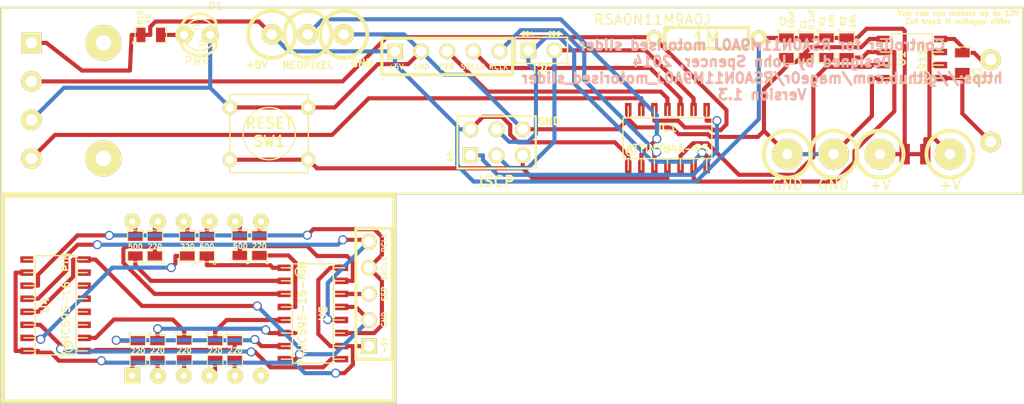
<source format=kicad_pcb>
(kicad_pcb (version 3) (host pcbnew "(2013-07-07 BZR 4022)-stable")

  (general
    (links 89)
    (no_connects 0)
    (area 11.949999 11.949999 111.450001 50.600001)
    (thickness 1.6)
    (drawings 13)
    (tracks 399)
    (zones 0)
    (modules 38)
    (nets 46)
  )

  (page A3)
  (layers
    (15 F.Cu signal)
    (0 B.Cu signal)
    (16 B.Adhes user)
    (17 F.Adhes user)
    (18 B.Paste user)
    (19 F.Paste user)
    (20 B.SilkS user hide)
    (21 F.SilkS user)
    (22 B.Mask user)
    (23 F.Mask user)
    (24 Dwgs.User user)
    (25 Cmts.User user)
    (26 Eco1.User user)
    (27 Eco2.User user)
    (28 Edge.Cuts user)
  )

  (setup
    (last_trace_width 0.4)
    (trace_clearance 0.254)
    (zone_clearance 0.508)
    (zone_45_only no)
    (trace_min 0.254)
    (segment_width 0.2)
    (edge_width 0.1)
    (via_size 0.889)
    (via_drill 0.635)
    (via_min_size 0.889)
    (via_min_drill 0.508)
    (uvia_size 0.508)
    (uvia_drill 0.127)
    (uvias_allowed no)
    (uvia_min_size 0.508)
    (uvia_min_drill 0.127)
    (pcb_text_width 0.3)
    (pcb_text_size 1.5 1.5)
    (mod_edge_width 0.15)
    (mod_text_size 1 1)
    (mod_text_width 0.15)
    (pad_size 2 2)
    (pad_drill 1)
    (pad_to_mask_clearance 0)
    (aux_axis_origin 0 0)
    (visible_elements 7FFFFFFF)
    (pcbplotparams
      (layerselection 284196865)
      (usegerberextensions true)
      (excludeedgelayer true)
      (linewidth 0.150000)
      (plotframeref false)
      (viasonmask false)
      (mode 1)
      (useauxorigin false)
      (hpglpennumber 1)
      (hpglpenspeed 20)
      (hpglpendiameter 15)
      (hpglpenoverlay 2)
      (psnegative false)
      (psa4output false)
      (plotreference true)
      (plotvalue true)
      (plotothertext true)
      (plotinvisibletext false)
      (padsonsilk false)
      (subtractmaskfromsilk false)
      (outputformat 1)
      (mirror false)
      (drillshape 0)
      (scaleselection 1)
      (outputdirectory ../Photos/))
  )

  (net 0 "")
  (net 1 +12V)
  (net 2 GND)
  (net 3 N-0000011)
  (net 4 N-0000012)
  (net 5 N-0000013)
  (net 6 N-0000014)
  (net 7 N-0000015)
  (net 8 N-0000016)
  (net 9 N-0000017)
  (net 10 N-000002)
  (net 11 N-0000021)
  (net 12 N-0000022)
  (net 13 N-0000023)
  (net 14 N-0000024)
  (net 15 N-0000025)
  (net 16 N-0000026)
  (net 17 N-0000027)
  (net 18 N-0000028)
  (net 19 N-0000029)
  (net 20 N-0000030)
  (net 21 N-0000031)
  (net 22 N-0000033)
  (net 23 N-0000034)
  (net 24 N-0000035)
  (net 25 N-0000036)
  (net 26 N-0000037)
  (net 27 N-0000038)
  (net 28 N-0000039)
  (net 29 N-0000040)
  (net 30 N-0000041)
  (net 31 N-0000042)
  (net 32 N-0000045)
  (net 33 N-0000046)
  (net 34 N-0000047)
  (net 35 N-0000048)
  (net 36 N-0000049)
  (net 37 N-0000050)
  (net 38 N-0000051)
  (net 39 N-0000052)
  (net 40 N-0000053)
  (net 41 N-0000054)
  (net 42 N-000006)
  (net 43 N-000007)
  (net 44 N-000008)
  (net 45 N-000009)

  (net_class Default "This is the default net class."
    (clearance 0.254)
    (trace_width 0.4)
    (via_dia 0.889)
    (via_drill 0.635)
    (uvia_dia 0.508)
    (uvia_drill 0.127)
    (add_net "")
    (add_net +12V)
    (add_net GND)
    (add_net N-0000011)
    (add_net N-0000012)
    (add_net N-0000013)
    (add_net N-0000014)
    (add_net N-0000015)
    (add_net N-0000016)
    (add_net N-0000017)
    (add_net N-000002)
    (add_net N-0000021)
    (add_net N-0000022)
    (add_net N-0000023)
    (add_net N-0000024)
    (add_net N-0000025)
    (add_net N-0000026)
    (add_net N-0000027)
    (add_net N-0000028)
    (add_net N-0000029)
    (add_net N-0000030)
    (add_net N-0000031)
    (add_net N-0000033)
    (add_net N-0000034)
    (add_net N-0000035)
    (add_net N-0000036)
    (add_net N-0000037)
    (add_net N-0000038)
    (add_net N-0000039)
    (add_net N-0000040)
    (add_net N-0000041)
    (add_net N-0000042)
    (add_net N-0000045)
    (add_net N-0000046)
    (add_net N-0000047)
    (add_net N-0000048)
    (add_net N-0000049)
    (add_net N-0000050)
    (add_net N-0000051)
    (add_net N-0000052)
    (add_net N-0000053)
    (add_net N-0000054)
    (add_net N-000006)
    (add_net N-000007)
    (add_net N-000008)
    (add_net N-000009)
  )

  (module so-8 (layer F.Cu) (tedit 48A6C16E) (tstamp 52D21746)
    (at 100.55 17 90)
    (descr SO-8)
    (path /52D17394)
    (attr smd)
    (fp_text reference U1 (at 0 -1.016 90) (layer F.SilkS)
      (effects (font (size 0.7493 0.7493) (thickness 0.14986)))
    )
    (fp_text value L9110 (at 0 1.016 90) (layer F.SilkS)
      (effects (font (size 0.7493 0.7493) (thickness 0.14986)))
    )
    (fp_line (start -2.413 -1.9812) (end -2.413 1.9812) (layer F.SilkS) (width 0.127))
    (fp_line (start -2.413 1.9812) (end 2.413 1.9812) (layer F.SilkS) (width 0.127))
    (fp_line (start 2.413 1.9812) (end 2.413 -1.9812) (layer F.SilkS) (width 0.127))
    (fp_line (start 2.413 -1.9812) (end -2.413 -1.9812) (layer F.SilkS) (width 0.127))
    (fp_line (start -1.905 -1.9812) (end -1.905 -3.0734) (layer F.SilkS) (width 0.127))
    (fp_line (start -0.635 -1.9812) (end -0.635 -3.0734) (layer F.SilkS) (width 0.127))
    (fp_line (start 0.635 -1.9812) (end 0.635 -3.0734) (layer F.SilkS) (width 0.127))
    (fp_line (start 1.905 -3.0734) (end 1.905 -1.9812) (layer F.SilkS) (width 0.127))
    (fp_line (start 1.905 1.9812) (end 1.905 3.0734) (layer F.SilkS) (width 0.127))
    (fp_line (start 0.635 3.0734) (end 0.635 1.9812) (layer F.SilkS) (width 0.127))
    (fp_line (start -0.635 3.0734) (end -0.635 1.9812) (layer F.SilkS) (width 0.127))
    (fp_line (start -1.905 3.0734) (end -1.905 1.9812) (layer F.SilkS) (width 0.127))
    (fp_circle (center -1.6764 1.2446) (end -1.9558 1.6256) (layer F.SilkS) (width 0.127))
    (pad 1 smd rect (at -1.905 2.794 90) (size 0.635 1.27)
      (layers F.Cu F.Paste F.Mask)
      (net 31 N-0000042)
    )
    (pad 2 smd rect (at -0.635 2.794 90) (size 0.635 1.27)
      (layers F.Cu F.Paste F.Mask)
      (net 1 +12V)
    )
    (pad 3 smd rect (at 0.635 2.794 90) (size 0.635 1.27)
      (layers F.Cu F.Paste F.Mask)
      (net 1 +12V)
    )
    (pad 4 smd rect (at 1.905 2.794 90) (size 0.635 1.27)
      (layers F.Cu F.Paste F.Mask)
      (net 30 N-0000041)
    )
    (pad 5 smd rect (at 1.905 -2.794 90) (size 0.635 1.27)
      (layers F.Cu F.Paste F.Mask)
      (net 2 GND)
    )
    (pad 6 smd rect (at 0.635 -2.794 90) (size 0.635 1.27)
      (layers F.Cu F.Paste F.Mask)
      (net 39 N-0000052)
    )
    (pad 7 smd rect (at -0.635 -2.794 90) (size 0.635 1.27)
      (layers F.Cu F.Paste F.Mask)
      (net 38 N-0000051)
    )
    (pad 8 smd rect (at -1.905 -2.794 90) (size 0.635 1.27)
      (layers F.Cu F.Paste F.Mask)
      (net 2 GND)
    )
    (model smd/smd_dil/so-8.wrl
      (at (xyz 0 0 0))
      (scale (xyz 1 1 1))
      (rotate (xyz 0 0 0))
    )
  )

  (module SM0805 (layer F.Cu) (tedit 52DE4A87) (tstamp 52D21753)
    (at 90.3 15.95 270)
    (path /52D16BBC)
    (attr smd)
    (fp_text reference C1 (at -2.3 0.3 270) (layer F.SilkS)
      (effects (font (size 0.50038 0.50038) (thickness 0.10922)))
    )
    (fp_text value 0.1uf (at -2.7 -0.5 270) (layer F.SilkS)
      (effects (font (size 0.50038 0.50038) (thickness 0.10922)))
    )
    (fp_circle (center -1.651 0.762) (end -1.651 0.635) (layer F.SilkS) (width 0.09906))
    (fp_line (start -0.508 0.762) (end -1.524 0.762) (layer F.SilkS) (width 0.09906))
    (fp_line (start -1.524 0.762) (end -1.524 -0.762) (layer F.SilkS) (width 0.09906))
    (fp_line (start -1.524 -0.762) (end -0.508 -0.762) (layer F.SilkS) (width 0.09906))
    (fp_line (start 0.508 -0.762) (end 1.524 -0.762) (layer F.SilkS) (width 0.09906))
    (fp_line (start 1.524 -0.762) (end 1.524 0.762) (layer F.SilkS) (width 0.09906))
    (fp_line (start 1.524 0.762) (end 0.508 0.762) (layer F.SilkS) (width 0.09906))
    (pad 1 smd rect (at -0.9525 0 270) (size 0.889 1.397)
      (layers F.Cu F.Paste F.Mask)
      (net 1 +12V)
    )
    (pad 2 smd rect (at 0.9525 0 270) (size 0.889 1.397)
      (layers F.Cu F.Paste F.Mask)
      (net 2 GND)
    )
    (model smd/chip_cms.wrl
      (at (xyz 0 0 0))
      (scale (xyz 0.1 0.1 0.1))
      (rotate (xyz 0 0 0))
    )
  )

  (module SM0805 (layer F.Cu) (tedit 52E0D871) (tstamp 52D21760)
    (at 88.35 15.95 270)
    (path /52D16BFE)
    (attr smd)
    (fp_text reference C2 (at -2.6 0.3 270) (layer F.SilkS)
      (effects (font (size 0.50038 0.50038) (thickness 0.10922)))
    )
    (fp_text value 10uf (at -2.7 -0.5 270) (layer F.SilkS)
      (effects (font (size 0.50038 0.50038) (thickness 0.10922)))
    )
    (fp_circle (center -1.651 0.762) (end -1.651 0.635) (layer F.SilkS) (width 0.09906))
    (fp_line (start -0.508 0.762) (end -1.524 0.762) (layer F.SilkS) (width 0.09906))
    (fp_line (start -1.524 0.762) (end -1.524 -0.762) (layer F.SilkS) (width 0.09906))
    (fp_line (start -1.524 -0.762) (end -0.508 -0.762) (layer F.SilkS) (width 0.09906))
    (fp_line (start 0.508 -0.762) (end 1.524 -0.762) (layer F.SilkS) (width 0.09906))
    (fp_line (start 1.524 -0.762) (end 1.524 0.762) (layer F.SilkS) (width 0.09906))
    (fp_line (start 1.524 0.762) (end 0.508 0.762) (layer F.SilkS) (width 0.09906))
    (pad 1 smd rect (at -0.9525 0 270) (size 0.889 1.397)
      (layers F.Cu F.Paste F.Mask)
      (net 1 +12V)
    )
    (pad 2 smd rect (at 0.9525 0 270) (size 0.889 1.397)
      (layers F.Cu F.Paste F.Mask)
      (net 2 GND)
    )
    (model smd/chip_cms.wrl
      (at (xyz 0 0 0))
      (scale (xyz 0.1 0.1 0.1))
      (rotate (xyz 0 0 0))
    )
  )

  (module SM0805 (layer F.Cu) (tedit 52E0D86A) (tstamp 52D2176D)
    (at 92.25 15.95 270)
    (path /52D17404)
    (attr smd)
    (fp_text reference R1 (at -2.6 0.4 270) (layer F.SilkS)
      (effects (font (size 0.50038 0.50038) (thickness 0.10922)))
    )
    (fp_text value 10k (at -2.6 -0.5 270) (layer F.SilkS)
      (effects (font (size 0.50038 0.50038) (thickness 0.10922)))
    )
    (fp_circle (center -1.651 0.762) (end -1.651 0.635) (layer F.SilkS) (width 0.09906))
    (fp_line (start -0.508 0.762) (end -1.524 0.762) (layer F.SilkS) (width 0.09906))
    (fp_line (start -1.524 0.762) (end -1.524 -0.762) (layer F.SilkS) (width 0.09906))
    (fp_line (start -1.524 -0.762) (end -0.508 -0.762) (layer F.SilkS) (width 0.09906))
    (fp_line (start 0.508 -0.762) (end 1.524 -0.762) (layer F.SilkS) (width 0.09906))
    (fp_line (start 1.524 -0.762) (end 1.524 0.762) (layer F.SilkS) (width 0.09906))
    (fp_line (start 1.524 0.762) (end 0.508 0.762) (layer F.SilkS) (width 0.09906))
    (pad 1 smd rect (at -0.9525 0 270) (size 0.889 1.397)
      (layers F.Cu F.Paste F.Mask)
      (net 1 +12V)
    )
    (pad 2 smd rect (at 0.9525 0 270) (size 0.889 1.397)
      (layers F.Cu F.Paste F.Mask)
      (net 38 N-0000051)
    )
    (model smd/chip_cms.wrl
      (at (xyz 0 0 0))
      (scale (xyz 0.1 0.1 0.1))
      (rotate (xyz 0 0 0))
    )
  )

  (module SM0805 (layer F.Cu) (tedit 52E0D878) (tstamp 52D2177A)
    (at 94.2 15.95 270)
    (path /52D17426)
    (attr smd)
    (fp_text reference R2 (at -2.6 0.3 270) (layer F.SilkS)
      (effects (font (size 0.50038 0.50038) (thickness 0.10922)))
    )
    (fp_text value 10k (at -2.6 -0.6 270) (layer F.SilkS)
      (effects (font (size 0.50038 0.50038) (thickness 0.10922)))
    )
    (fp_circle (center -1.651 0.762) (end -1.651 0.635) (layer F.SilkS) (width 0.09906))
    (fp_line (start -0.508 0.762) (end -1.524 0.762) (layer F.SilkS) (width 0.09906))
    (fp_line (start -1.524 0.762) (end -1.524 -0.762) (layer F.SilkS) (width 0.09906))
    (fp_line (start -1.524 -0.762) (end -0.508 -0.762) (layer F.SilkS) (width 0.09906))
    (fp_line (start 0.508 -0.762) (end 1.524 -0.762) (layer F.SilkS) (width 0.09906))
    (fp_line (start 1.524 -0.762) (end 1.524 0.762) (layer F.SilkS) (width 0.09906))
    (fp_line (start 1.524 0.762) (end 0.508 0.762) (layer F.SilkS) (width 0.09906))
    (pad 1 smd rect (at -0.9525 0 270) (size 0.889 1.397)
      (layers F.Cu F.Paste F.Mask)
      (net 1 +12V)
    )
    (pad 2 smd rect (at 0.9525 0 270) (size 0.889 1.397)
      (layers F.Cu F.Paste F.Mask)
      (net 39 N-0000052)
    )
    (model smd/chip_cms.wrl
      (at (xyz 0 0 0))
      (scale (xyz 0.1 0.1 0.1))
      (rotate (xyz 0 0 0))
    )
  )

  (module SM0805 (layer F.Cu) (tedit 5313A1DF) (tstamp 52D21860)
    (at 105.45 17.4 90)
    (path /52D1799E)
    (attr smd)
    (fp_text reference C3 (at -0.9 1.45 180) (layer F.SilkS)
      (effects (font (size 0.50038 0.50038) (thickness 0.10922)))
    )
    (fp_text value 0.1uf (at -1.6 1.95 180) (layer F.SilkS)
      (effects (font (size 0.50038 0.50038) (thickness 0.10922)))
    )
    (fp_circle (center -1.651 0.762) (end -1.651 0.635) (layer F.SilkS) (width 0.09906))
    (fp_line (start -0.508 0.762) (end -1.524 0.762) (layer F.SilkS) (width 0.09906))
    (fp_line (start -1.524 0.762) (end -1.524 -0.762) (layer F.SilkS) (width 0.09906))
    (fp_line (start -1.524 -0.762) (end -0.508 -0.762) (layer F.SilkS) (width 0.09906))
    (fp_line (start 0.508 -0.762) (end 1.524 -0.762) (layer F.SilkS) (width 0.09906))
    (fp_line (start 1.524 -0.762) (end 1.524 0.762) (layer F.SilkS) (width 0.09906))
    (fp_line (start 1.524 0.762) (end 0.508 0.762) (layer F.SilkS) (width 0.09906))
    (pad 1 smd rect (at -0.9525 0 90) (size 0.889 1.397)
      (layers F.Cu F.Paste F.Mask)
      (net 31 N-0000042)
    )
    (pad 2 smd rect (at 0.9525 0 90) (size 0.889 1.397)
      (layers F.Cu F.Paste F.Mask)
      (net 30 N-0000041)
    )
    (model smd/chip_cms.wrl
      (at (xyz 0 0 0))
      (scale (xyz 0.1 0.1 0.1))
      (rotate (xyz 0 0 0))
    )
  )

  (module R4 (layer F.Cu) (tedit 52DE4B4A) (tstamp 52E3ED4D)
    (at 80.6 15)
    (descr "Resitance 4 pas")
    (tags R)
    (path /52D2122A)
    (autoplace_cost180 10)
    (fp_text reference R3 (at 0 -1.9) (layer F.SilkS) hide
      (effects (font (size 1.397 1.27) (thickness 0.2032)))
    )
    (fp_text value 1M (at 0 0.1) (layer F.SilkS)
      (effects (font (size 1.397 1.27) (thickness 0.2032)))
    )
    (fp_line (start -5.08 0) (end -4.064 0) (layer F.SilkS) (width 0.3048))
    (fp_line (start -4.064 0) (end -4.064 -1.016) (layer F.SilkS) (width 0.3048))
    (fp_line (start -4.064 -1.016) (end 4.064 -1.016) (layer F.SilkS) (width 0.3048))
    (fp_line (start 4.064 -1.016) (end 4.064 1.016) (layer F.SilkS) (width 0.3048))
    (fp_line (start 4.064 1.016) (end -4.064 1.016) (layer F.SilkS) (width 0.3048))
    (fp_line (start -4.064 1.016) (end -4.064 0) (layer F.SilkS) (width 0.3048))
    (fp_line (start -4.064 -0.508) (end -3.556 -1.016) (layer F.SilkS) (width 0.3048))
    (fp_line (start 5.08 0) (end 4.064 0) (layer F.SilkS) (width 0.3048))
    (pad 1 thru_hole circle (at -5.08 0) (size 1.524 1.524) (drill 0.8128)
      (layers *.Cu *.Mask F.SilkS)
      (net 36 N-0000049)
    )
    (pad 2 thru_hole circle (at 5.08 0) (size 1.524 1.524) (drill 0.8128)
      (layers *.Cu *.Mask F.SilkS)
      (net 1 +12V)
    )
    (model discret/resistor.wrl
      (at (xyz 0 0 0))
      (scale (xyz 0.4 0.4 0.4))
      (rotate (xyz 0 0 0))
    )
  )

  (module 1pin_slider (layer F.Cu) (tedit 53203D11) (tstamp 52D217A1)
    (at 41.85 14.65)
    (descr "module 1 pin")
    (tags DEV)
    (path /52E395C8)
    (fp_text reference P2 (at 0 -3.1) (layer F.SilkS) hide
      (effects (font (size 1.016 1.016) (thickness 0.254)))
    )
    (fp_text value NEOPIXEL (at 0 3) (layer F.SilkS)
      (effects (font (size 0.7 0.7) (thickness 0.15)))
    )
    (fp_circle (center 0 0) (end 0 -2.286) (layer F.SilkS) (width 0.381))
    (pad 1 thru_hole circle (at 0 0) (size 2 2) (drill 1)
      (layers *.Cu *.Mask F.SilkS)
      (net 35 N-0000048)
    )
  )

  (module 1pin_slider (layer F.Cu) (tedit 52E249EB) (tstamp 52D4F1CE)
    (at 88.45 26.3)
    (descr "module 1 pin")
    (tags DEV)
    (path /52D4F14F)
    (fp_text reference P7 (at 0 -3.048) (layer F.SilkS) hide
      (effects (font (size 1.016 1.016) (thickness 0.254)))
    )
    (fp_text value GND (at 0 3) (layer F.SilkS)
      (effects (font (size 1 1) (thickness 0.15)))
    )
    (fp_circle (center 0 0) (end 0 -2.286) (layer F.SilkS) (width 0.381))
    (pad 1 thru_hole circle (at 0 0) (size 3 3) (drill 1)
      (layers *.Cu *.Mask F.SilkS)
      (net 2 GND)
    )
  )

  (module 1pin_slider (layer F.Cu) (tedit 53121D35) (tstamp 52D4F1C8)
    (at 104.25 26.3)
    (descr "module 1 pin")
    (tags DEV)
    (path /52D4F149)
    (fp_text reference P6 (at 0 -3.048) (layer F.SilkS) hide
      (effects (font (size 1.016 1.016) (thickness 0.254)))
    )
    (fp_text value +V (at 0 3) (layer F.SilkS)
      (effects (font (size 1 1) (thickness 0.15)))
    )
    (fp_circle (center 0 0) (end 0 -2.286) (layer F.SilkS) (width 0.381))
    (pad 1 thru_hole circle (at 0 0) (size 3 3) (drill 1)
      (layers *.Cu *.Mask F.SilkS)
      (net 1 +12V)
    )
  )

  (module 1pin_slider (layer F.Cu) (tedit 52E249F1) (tstamp 52E24944)
    (at 92.95 26.3)
    (descr "module 1 pin")
    (tags DEV)
    (path /52E248E7)
    (fp_text reference P9 (at 0 -3.048) (layer F.SilkS) hide
      (effects (font (size 1.016 1.016) (thickness 0.254)))
    )
    (fp_text value GND (at 0 3) (layer F.SilkS)
      (effects (font (size 1 1) (thickness 0.15)))
    )
    (fp_circle (center 0 0) (end 0 -2.286) (layer F.SilkS) (width 0.381))
    (pad 1 thru_hole circle (at 0 0) (size 3 3) (drill 1)
      (layers *.Cu *.Mask F.SilkS)
      (net 2 GND)
    )
  )

  (module 1pin_slider (layer F.Cu) (tedit 53121D2F) (tstamp 52E2494A)
    (at 97.45 26.3)
    (descr "module 1 pin")
    (tags DEV)
    (path /52E248EF)
    (fp_text reference P8 (at 0 -3.048) (layer F.SilkS) hide
      (effects (font (size 1.016 1.016) (thickness 0.254)))
    )
    (fp_text value +V (at 0 3) (layer F.SilkS)
      (effects (font (size 1 1) (thickness 0.15)))
    )
    (fp_circle (center 0 0) (end 0 -2.286) (layer F.SilkS) (width 0.381))
    (pad 1 thru_hole circle (at 0 0) (size 3 3) (drill 1)
      (layers *.Cu *.Mask F.SilkS)
      (net 1 +12V)
    )
  )

  (module break_connection (layer F.Cu) (tedit 52E24E3F) (tstamp 52E2D534)
    (at 100.85 24.3)
    (path /52E24E03)
    (fp_text reference U3 (at 0 3.75) (layer F.SilkS) hide
      (effects (font (size 1 1) (thickness 0.15)))
    )
    (fp_text value BREAK_CONNECTION (at 0 0) (layer F.SilkS) hide
      (effects (font (size 1 1) (thickness 0.15)))
    )
    (pad 1 connect rect (at -1 2) (size 1 2)
      (layers F.Cu F.Mask)
      (net 1 +12V)
    )
    (pad 2 connect rect (at 1 2) (size 1 2)
      (layers F.Cu F.Mask)
      (net 1 +12V)
    )
  )

  (module SW_PUSH_SMALL (layer F.Cu) (tedit 46544DB3) (tstamp 52E3D699)
    (at 38.1 24.3 180)
    (path /52E38B00)
    (fp_text reference SW1 (at 0 -0.762 180) (layer F.SilkS)
      (effects (font (size 1.016 1.016) (thickness 0.2032)))
    )
    (fp_text value RESET (at 0 1.016 180) (layer F.SilkS)
      (effects (font (size 1.016 1.016) (thickness 0.2032)))
    )
    (fp_circle (center 0 0) (end 0 -2.54) (layer F.SilkS) (width 0.127))
    (fp_line (start -3.81 -3.81) (end 3.81 -3.81) (layer F.SilkS) (width 0.127))
    (fp_line (start 3.81 -3.81) (end 3.81 3.81) (layer F.SilkS) (width 0.127))
    (fp_line (start 3.81 3.81) (end -3.81 3.81) (layer F.SilkS) (width 0.127))
    (fp_line (start -3.81 -3.81) (end -3.81 3.81) (layer F.SilkS) (width 0.127))
    (pad 1 thru_hole circle (at 3.81 -2.54 180) (size 1.397 1.397) (drill 0.8128)
      (layers *.Cu *.Mask F.SilkS)
      (net 40 N-0000053)
    )
    (pad 2 thru_hole circle (at 3.81 2.54 180) (size 1.397 1.397) (drill 0.8128)
      (layers *.Cu *.Mask F.SilkS)
      (net 2 GND)
    )
    (pad 1 thru_hole circle (at -3.81 -2.54 180) (size 1.397 1.397) (drill 0.8128)
      (layers *.Cu *.Mask F.SilkS)
      (net 40 N-0000053)
    )
    (pad 2 thru_hole circle (at -3.81 2.54 180) (size 1.397 1.397) (drill 0.8128)
      (layers *.Cu *.Mask F.SilkS)
      (net 2 GND)
    )
  )

  (module so-16 (layer F.Cu) (tedit 48A6B110) (tstamp 52E3E660)
    (at 42.35 41.8 270)
    (descr SO-16)
    (path /52E3B371)
    (attr smd)
    (fp_text reference U5 (at 0 -1.016 270) (layer F.SilkS)
      (effects (font (size 0.7493 0.7493) (thickness 0.14986)))
    )
    (fp_text value 74HC595-16-PIN (at 0 1.016 270) (layer F.SilkS)
      (effects (font (size 0.7493 0.7493) (thickness 0.14986)))
    )
    (fp_line (start -1.905 -1.9812) (end -1.905 -3.0734) (layer F.SilkS) (width 0.127))
    (fp_line (start -0.635 -1.9812) (end -0.635 -3.0734) (layer F.SilkS) (width 0.127))
    (fp_line (start 0.635 -1.9812) (end 0.635 -3.0734) (layer F.SilkS) (width 0.127))
    (fp_line (start -3.175 -1.9812) (end -3.175 -3.0734) (layer F.SilkS) (width 0.127))
    (fp_line (start -4.445 -3.0734) (end -4.445 -1.9812) (layer F.SilkS) (width 0.127))
    (fp_line (start 1.905 -3.0734) (end 1.905 -1.9812) (layer F.SilkS) (width 0.127))
    (fp_line (start 3.175 -3.0734) (end 3.175 -1.9812) (layer F.SilkS) (width 0.127))
    (fp_line (start 4.445 -3.0734) (end 4.445 -1.9812) (layer F.SilkS) (width 0.127))
    (fp_line (start 4.445 1.9812) (end 4.445 3.0734) (layer F.SilkS) (width 0.127))
    (fp_line (start 3.175 1.9812) (end 3.175 3.0734) (layer F.SilkS) (width 0.127))
    (fp_line (start 1.905 1.9812) (end 1.905 3.0734) (layer F.SilkS) (width 0.127))
    (fp_line (start -4.445 1.9812) (end -4.445 3.0734) (layer F.SilkS) (width 0.127))
    (fp_line (start -3.175 3.0734) (end -3.175 1.9812) (layer F.SilkS) (width 0.127))
    (fp_line (start 0.635 3.0734) (end 0.635 1.9812) (layer F.SilkS) (width 0.127))
    (fp_line (start -0.635 3.0734) (end -0.635 1.9812) (layer F.SilkS) (width 0.127))
    (fp_line (start -1.905 3.0734) (end -1.905 1.9812) (layer F.SilkS) (width 0.127))
    (fp_circle (center -4.064 1.2446) (end -4.3434 1.6256) (layer F.SilkS) (width 0.127))
    (fp_line (start -4.826 -1.9812) (end -4.826 1.9812) (layer F.SilkS) (width 0.127))
    (fp_line (start -4.826 1.9812) (end 4.826 1.9812) (layer F.SilkS) (width 0.127))
    (fp_line (start 4.826 1.9812) (end 4.826 -1.9812) (layer F.SilkS) (width 0.127))
    (fp_line (start 4.826 -1.9812) (end -4.826 -1.9812) (layer F.SilkS) (width 0.127))
    (pad 1 smd rect (at -4.445 2.794 270) (size 0.635 1.27)
      (layers F.Cu F.Paste F.Mask)
      (net 15 N-0000025)
    )
    (pad 2 smd rect (at -3.175 2.794 270) (size 0.635 1.27)
      (layers F.Cu F.Paste F.Mask)
      (net 44 N-000008)
    )
    (pad 3 smd rect (at -1.905 2.794 270) (size 0.635 1.27)
      (layers F.Cu F.Paste F.Mask)
      (net 14 N-0000024)
    )
    (pad 4 smd rect (at -0.635 2.794 270) (size 0.635 1.27)
      (layers F.Cu F.Paste F.Mask)
      (net 19 N-0000029)
    )
    (pad 5 smd rect (at 0.635 2.794 270) (size 0.635 1.27)
      (layers F.Cu F.Paste F.Mask)
      (net 13 N-0000023)
    )
    (pad 6 smd rect (at 1.905 2.794 270) (size 0.635 1.27)
      (layers F.Cu F.Paste F.Mask)
      (net 18 N-0000028)
    )
    (pad 7 smd rect (at 3.175 2.794 270) (size 0.635 1.27)
      (layers F.Cu F.Paste F.Mask)
      (net 12 N-0000022)
    )
    (pad 8 smd rect (at 4.445 2.794 270) (size 0.635 1.27)
      (layers F.Cu F.Paste F.Mask)
      (net 6 N-0000014)
    )
    (pad 9 smd rect (at 4.445 -2.794 270) (size 0.635 1.27)
      (layers F.Cu F.Paste F.Mask)
      (net 3 N-0000011)
    )
    (pad 10 smd rect (at 3.175 -2.794 270) (size 0.635 1.27)
      (layers F.Cu F.Paste F.Mask)
      (net 7 N-0000015)
    )
    (pad 11 smd rect (at 1.905 -2.794 270) (size 0.635 1.27)
      (layers F.Cu F.Paste F.Mask)
      (net 4 N-0000012)
    )
    (pad 12 smd rect (at 0.635 -2.794 270) (size 0.635 1.27)
      (layers F.Cu F.Paste F.Mask)
      (net 10 N-000002)
    )
    (pad 13 smd rect (at -0.635 -2.794 270) (size 0.635 1.27)
      (layers F.Cu F.Paste F.Mask)
      (net 6 N-0000014)
    )
    (pad 14 smd rect (at -1.905 -2.794 270) (size 0.635 1.27)
      (layers F.Cu F.Paste F.Mask)
      (net 5 N-0000013)
    )
    (pad 15 smd rect (at -3.175 -2.794 270) (size 0.635 1.27)
      (layers F.Cu F.Paste F.Mask)
      (net 23 N-0000034)
    )
    (pad 16 smd rect (at -4.445 -2.794 270) (size 0.635 1.27)
      (layers F.Cu F.Paste F.Mask)
      (net 7 N-0000015)
    )
    (model smd/smd_dil/so-16.wrl
      (at (xyz 0 0 0))
      (scale (xyz 1 1 1))
      (rotate (xyz 0 0 0))
    )
  )

  (module so-16 (layer F.Cu) (tedit 48A6B110) (tstamp 52E3D6EB)
    (at 17.35 41 90)
    (descr SO-16)
    (path /52E3B3AB)
    (attr smd)
    (fp_text reference U4 (at 0 -1.016 90) (layer F.SilkS)
      (effects (font (size 0.7493 0.7493) (thickness 0.14986)))
    )
    (fp_text value 74HC595-16-PIN (at 0 1.016 90) (layer F.SilkS)
      (effects (font (size 0.7493 0.7493) (thickness 0.14986)))
    )
    (fp_line (start -1.905 -1.9812) (end -1.905 -3.0734) (layer F.SilkS) (width 0.127))
    (fp_line (start -0.635 -1.9812) (end -0.635 -3.0734) (layer F.SilkS) (width 0.127))
    (fp_line (start 0.635 -1.9812) (end 0.635 -3.0734) (layer F.SilkS) (width 0.127))
    (fp_line (start -3.175 -1.9812) (end -3.175 -3.0734) (layer F.SilkS) (width 0.127))
    (fp_line (start -4.445 -3.0734) (end -4.445 -1.9812) (layer F.SilkS) (width 0.127))
    (fp_line (start 1.905 -3.0734) (end 1.905 -1.9812) (layer F.SilkS) (width 0.127))
    (fp_line (start 3.175 -3.0734) (end 3.175 -1.9812) (layer F.SilkS) (width 0.127))
    (fp_line (start 4.445 -3.0734) (end 4.445 -1.9812) (layer F.SilkS) (width 0.127))
    (fp_line (start 4.445 1.9812) (end 4.445 3.0734) (layer F.SilkS) (width 0.127))
    (fp_line (start 3.175 1.9812) (end 3.175 3.0734) (layer F.SilkS) (width 0.127))
    (fp_line (start 1.905 1.9812) (end 1.905 3.0734) (layer F.SilkS) (width 0.127))
    (fp_line (start -4.445 1.9812) (end -4.445 3.0734) (layer F.SilkS) (width 0.127))
    (fp_line (start -3.175 3.0734) (end -3.175 1.9812) (layer F.SilkS) (width 0.127))
    (fp_line (start 0.635 3.0734) (end 0.635 1.9812) (layer F.SilkS) (width 0.127))
    (fp_line (start -0.635 3.0734) (end -0.635 1.9812) (layer F.SilkS) (width 0.127))
    (fp_line (start -1.905 3.0734) (end -1.905 1.9812) (layer F.SilkS) (width 0.127))
    (fp_circle (center -4.064 1.2446) (end -4.3434 1.6256) (layer F.SilkS) (width 0.127))
    (fp_line (start -4.826 -1.9812) (end -4.826 1.9812) (layer F.SilkS) (width 0.127))
    (fp_line (start -4.826 1.9812) (end 4.826 1.9812) (layer F.SilkS) (width 0.127))
    (fp_line (start 4.826 1.9812) (end 4.826 -1.9812) (layer F.SilkS) (width 0.127))
    (fp_line (start 4.826 -1.9812) (end -4.826 -1.9812) (layer F.SilkS) (width 0.127))
    (pad 1 smd rect (at -4.445 2.794 90) (size 0.635 1.27)
      (layers F.Cu F.Paste F.Mask)
      (net 11 N-0000021)
    )
    (pad 2 smd rect (at -3.175 2.794 90) (size 0.635 1.27)
      (layers F.Cu F.Paste F.Mask)
      (net 16 N-0000026)
    )
    (pad 3 smd rect (at -1.905 2.794 90) (size 0.635 1.27)
      (layers F.Cu F.Paste F.Mask)
    )
    (pad 4 smd rect (at -0.635 2.794 90) (size 0.635 1.27)
      (layers F.Cu F.Paste F.Mask)
    )
    (pad 5 smd rect (at 0.635 2.794 90) (size 0.635 1.27)
      (layers F.Cu F.Paste F.Mask)
    )
    (pad 6 smd rect (at 1.905 2.794 90) (size 0.635 1.27)
      (layers F.Cu F.Paste F.Mask)
    )
    (pad 7 smd rect (at 3.175 2.794 90) (size 0.635 1.27)
      (layers F.Cu F.Paste F.Mask)
    )
    (pad 8 smd rect (at 4.445 2.794 90) (size 0.635 1.27)
      (layers F.Cu F.Paste F.Mask)
      (net 6 N-0000014)
    )
    (pad 9 smd rect (at 4.445 -2.794 90) (size 0.635 1.27)
      (layers F.Cu F.Paste F.Mask)
    )
    (pad 10 smd rect (at 3.175 -2.794 90) (size 0.635 1.27)
      (layers F.Cu F.Paste F.Mask)
      (net 7 N-0000015)
    )
    (pad 11 smd rect (at 1.905 -2.794 90) (size 0.635 1.27)
      (layers F.Cu F.Paste F.Mask)
      (net 4 N-0000012)
    )
    (pad 12 smd rect (at 0.635 -2.794 90) (size 0.635 1.27)
      (layers F.Cu F.Paste F.Mask)
      (net 10 N-000002)
    )
    (pad 13 smd rect (at -0.635 -2.794 90) (size 0.635 1.27)
      (layers F.Cu F.Paste F.Mask)
      (net 6 N-0000014)
    )
    (pad 14 smd rect (at -1.905 -2.794 90) (size 0.635 1.27)
      (layers F.Cu F.Paste F.Mask)
      (net 3 N-0000011)
    )
    (pad 15 smd rect (at -3.175 -2.794 90) (size 0.635 1.27)
      (layers F.Cu F.Paste F.Mask)
      (net 17 N-0000027)
    )
    (pad 16 smd rect (at -4.445 -2.794 90) (size 0.635 1.27)
      (layers F.Cu F.Paste F.Mask)
      (net 7 N-0000015)
    )
    (model smd/smd_dil/so-16.wrl
      (at (xyz 0 0 0))
      (scale (xyz 1 1 1))
      (rotate (xyz 0 0 0))
    )
  )

  (module so-14 (layer F.Cu) (tedit 48A6BF8F) (tstamp 52E3D710)
    (at 76.8 24.75)
    (descr SO-14)
    (path /52E3898C)
    (attr smd)
    (fp_text reference IC1 (at 0 -1.016) (layer F.SilkS)
      (effects (font (size 0.7493 0.7493) (thickness 0.14986)))
    )
    (fp_text value ATTINY84A-SS (at 0 1.016) (layer F.SilkS)
      (effects (font (size 0.7493 0.7493) (thickness 0.14986)))
    )
    (fp_line (start -4.318 -1.9812) (end -4.318 1.9812) (layer F.SilkS) (width 0.127))
    (fp_line (start -4.318 1.9812) (end 4.318 1.9812) (layer F.SilkS) (width 0.127))
    (fp_line (start 4.318 1.9812) (end 4.318 -1.9812) (layer F.SilkS) (width 0.127))
    (fp_line (start 4.318 -1.9812) (end -4.318 -1.9812) (layer F.SilkS) (width 0.127))
    (fp_line (start -2.54 -1.9812) (end -2.54 -3.0734) (layer F.SilkS) (width 0.127))
    (fp_line (start -1.27 -1.9812) (end -1.27 -3.0734) (layer F.SilkS) (width 0.127))
    (fp_line (start 0 -1.9812) (end 0 -3.0734) (layer F.SilkS) (width 0.127))
    (fp_line (start -3.81 -1.9812) (end -3.81 -3.0734) (layer F.SilkS) (width 0.127))
    (fp_line (start 1.27 -3.0734) (end 1.27 -1.9812) (layer F.SilkS) (width 0.127))
    (fp_line (start 2.54 -3.0734) (end 2.54 -1.9812) (layer F.SilkS) (width 0.127))
    (fp_line (start 3.81 -3.0734) (end 3.81 -1.9812) (layer F.SilkS) (width 0.127))
    (fp_line (start 3.81 1.9812) (end 3.81 3.0734) (layer F.SilkS) (width 0.127))
    (fp_line (start 2.54 1.9812) (end 2.54 3.0734) (layer F.SilkS) (width 0.127))
    (fp_line (start -3.81 1.9812) (end -3.81 3.0734) (layer F.SilkS) (width 0.127))
    (fp_line (start -2.54 3.0734) (end -2.54 1.9812) (layer F.SilkS) (width 0.127))
    (fp_line (start 1.27 3.0734) (end 1.27 1.9812) (layer F.SilkS) (width 0.127))
    (fp_line (start 0 3.0734) (end 0 1.9812) (layer F.SilkS) (width 0.127))
    (fp_line (start -1.27 3.0734) (end -1.27 1.9812) (layer F.SilkS) (width 0.127))
    (fp_circle (center -3.5814 1.2446) (end -3.8608 1.6256) (layer F.SilkS) (width 0.127))
    (pad 1 smd rect (at -3.81 2.794) (size 0.635 1.27)
      (layers F.Cu F.Paste F.Mask)
      (net 1 +12V)
    )
    (pad 2 smd rect (at -2.54 2.794) (size 0.635 1.27)
      (layers F.Cu F.Paste F.Mask)
      (net 35 N-0000048)
    )
    (pad 3 smd rect (at -1.27 2.794) (size 0.635 1.27)
      (layers F.Cu F.Paste F.Mask)
      (net 8 N-0000016)
    )
    (pad 4 smd rect (at 0 2.794) (size 0.635 1.27)
      (layers F.Cu F.Paste F.Mask)
      (net 40 N-0000053)
    )
    (pad 5 smd rect (at 1.27 2.794) (size 0.635 1.27)
      (layers F.Cu F.Paste F.Mask)
      (net 38 N-0000051)
    )
    (pad 6 smd rect (at 2.54 2.794) (size 0.635 1.27)
      (layers F.Cu F.Paste F.Mask)
      (net 39 N-0000052)
    )
    (pad 7 smd rect (at 3.81 2.794) (size 0.635 1.27)
      (layers F.Cu F.Paste F.Mask)
      (net 41 N-0000054)
    )
    (pad 8 smd rect (at 3.81 -2.794) (size 0.635 1.27)
      (layers F.Cu F.Paste F.Mask)
      (net 33 N-0000046)
    )
    (pad 9 smd rect (at 2.54 -2.794) (size 0.635 1.27)
      (layers F.Cu F.Paste F.Mask)
      (net 32 N-0000045)
    )
    (pad 10 smd rect (at 1.27 -2.794) (size 0.635 1.27)
      (layers F.Cu F.Paste F.Mask)
      (net 9 N-0000017)
    )
    (pad 11 smd rect (at 0 -2.794) (size 0.635 1.27)
      (layers F.Cu F.Paste F.Mask)
      (net 34 N-0000047)
    )
    (pad 12 smd rect (at -1.27 -2.794) (size 0.635 1.27)
      (layers F.Cu F.Paste F.Mask)
      (net 36 N-0000049)
    )
    (pad 13 smd rect (at -2.54 -2.794) (size 0.635 1.27)
      (layers F.Cu F.Paste F.Mask)
      (net 37 N-0000050)
    )
    (pad 14 smd rect (at -3.81 -2.794) (size 0.635 1.27)
      (layers F.Cu F.Paste F.Mask)
      (net 2 GND)
    )
    (model smd/smd_dil/so-14.wrl
      (at (xyz 0 0 0))
      (scale (xyz 1 1 1))
      (rotate (xyz 0 0 0))
    )
  )

  (module SM0805 (layer F.Cu) (tedit 52E3E05F) (tstamp 52E3D71D)
    (at 27 35.25 90)
    (path /52E3CA4D)
    (attr smd)
    (fp_text reference R4 (at 0 -1.2 90) (layer F.SilkS) hide
      (effects (font (size 0.50038 0.50038) (thickness 0.10922)))
    )
    (fp_text value 220 (at -0.05 0 180) (layer F.SilkS)
      (effects (font (size 0.50038 0.50038) (thickness 0.10922)))
    )
    (fp_circle (center -1.651 0.762) (end -1.651 0.635) (layer F.SilkS) (width 0.09906))
    (fp_line (start -0.508 0.762) (end -1.524 0.762) (layer F.SilkS) (width 0.09906))
    (fp_line (start -1.524 0.762) (end -1.524 -0.762) (layer F.SilkS) (width 0.09906))
    (fp_line (start -1.524 -0.762) (end -0.508 -0.762) (layer F.SilkS) (width 0.09906))
    (fp_line (start 0.508 -0.762) (end 1.524 -0.762) (layer F.SilkS) (width 0.09906))
    (fp_line (start 1.524 -0.762) (end 1.524 0.762) (layer F.SilkS) (width 0.09906))
    (fp_line (start 1.524 0.762) (end 0.508 0.762) (layer F.SilkS) (width 0.09906))
    (pad 1 smd rect (at -0.9525 0 90) (size 0.889 1.397)
      (layers F.Cu F.Paste F.Mask)
      (net 14 N-0000024)
    )
    (pad 2 smd rect (at 0.9525 0 90) (size 0.889 1.397)
      (layers F.Cu F.Paste F.Mask)
      (net 45 N-000009)
    )
    (model smd/chip_cms.wrl
      (at (xyz 0 0 0))
      (scale (xyz 0.1 0.1 0.1))
      (rotate (xyz 0 0 0))
    )
  )

  (module SM0805 (layer F.Cu) (tedit 52E3E05C) (tstamp 52E3D72A)
    (at 25.1 35.25 90)
    (path /52E3CBD2)
    (attr smd)
    (fp_text reference R12 (at 0 -1.2 90) (layer F.SilkS) hide
      (effects (font (size 0.50038 0.50038) (thickness 0.10922)))
    )
    (fp_text value 500 (at -0.05 0 180) (layer F.SilkS)
      (effects (font (size 0.50038 0.50038) (thickness 0.10922)))
    )
    (fp_circle (center -1.651 0.762) (end -1.651 0.635) (layer F.SilkS) (width 0.09906))
    (fp_line (start -0.508 0.762) (end -1.524 0.762) (layer F.SilkS) (width 0.09906))
    (fp_line (start -1.524 0.762) (end -1.524 -0.762) (layer F.SilkS) (width 0.09906))
    (fp_line (start -1.524 -0.762) (end -0.508 -0.762) (layer F.SilkS) (width 0.09906))
    (fp_line (start 0.508 -0.762) (end 1.524 -0.762) (layer F.SilkS) (width 0.09906))
    (fp_line (start 1.524 -0.762) (end 1.524 0.762) (layer F.SilkS) (width 0.09906))
    (fp_line (start 1.524 0.762) (end 0.508 0.762) (layer F.SilkS) (width 0.09906))
    (pad 1 smd rect (at -0.9525 0 90) (size 0.889 1.397)
      (layers F.Cu F.Paste F.Mask)
      (net 44 N-000008)
    )
    (pad 2 smd rect (at 0.9525 0 90) (size 0.889 1.397)
      (layers F.Cu F.Paste F.Mask)
      (net 43 N-000007)
    )
    (model smd/chip_cms.wrl
      (at (xyz 0 0 0))
      (scale (xyz 0.1 0.1 0.1))
      (rotate (xyz 0 0 0))
    )
  )

  (module SM0805 (layer F.Cu) (tedit 52E3E063) (tstamp 52E3D737)
    (at 32.05 35.25 90)
    (path /52E3CBD8)
    (attr smd)
    (fp_text reference R13 (at 0.1 -1.2 90) (layer F.SilkS) hide
      (effects (font (size 0.50038 0.50038) (thickness 0.10922)))
    )
    (fp_text value 500 (at -0.05 0 180) (layer F.SilkS)
      (effects (font (size 0.50038 0.50038) (thickness 0.10922)))
    )
    (fp_circle (center -1.651 0.762) (end -1.651 0.635) (layer F.SilkS) (width 0.09906))
    (fp_line (start -0.508 0.762) (end -1.524 0.762) (layer F.SilkS) (width 0.09906))
    (fp_line (start -1.524 0.762) (end -1.524 -0.762) (layer F.SilkS) (width 0.09906))
    (fp_line (start -1.524 -0.762) (end -0.508 -0.762) (layer F.SilkS) (width 0.09906))
    (fp_line (start 0.508 -0.762) (end 1.524 -0.762) (layer F.SilkS) (width 0.09906))
    (fp_line (start 1.524 -0.762) (end 1.524 0.762) (layer F.SilkS) (width 0.09906))
    (fp_line (start 1.524 0.762) (end 0.508 0.762) (layer F.SilkS) (width 0.09906))
    (pad 1 smd rect (at -0.9525 0 90) (size 0.889 1.397)
      (layers F.Cu F.Paste F.Mask)
      (net 15 N-0000025)
    )
    (pad 2 smd rect (at 0.9525 0 90) (size 0.889 1.397)
      (layers F.Cu F.Paste F.Mask)
      (net 25 N-0000036)
    )
    (model smd/chip_cms.wrl
      (at (xyz 0 0 0))
      (scale (xyz 0.1 0.1 0.1))
      (rotate (xyz 0 0 0))
    )
  )

  (module SM0805 (layer F.Cu) (tedit 52E3E083) (tstamp 52E3D744)
    (at 35.25 35.2 90)
    (path /52E3CBDE)
    (attr smd)
    (fp_text reference R14 (at 0.1 -1.2 90) (layer F.SilkS) hide
      (effects (font (size 0.50038 0.50038) (thickness 0.10922)))
    )
    (fp_text value 500 (at -0.05 0.05 180) (layer F.SilkS)
      (effects (font (size 0.50038 0.50038) (thickness 0.10922)))
    )
    (fp_circle (center -1.651 0.762) (end -1.651 0.635) (layer F.SilkS) (width 0.09906))
    (fp_line (start -0.508 0.762) (end -1.524 0.762) (layer F.SilkS) (width 0.09906))
    (fp_line (start -1.524 0.762) (end -1.524 -0.762) (layer F.SilkS) (width 0.09906))
    (fp_line (start -1.524 -0.762) (end -0.508 -0.762) (layer F.SilkS) (width 0.09906))
    (fp_line (start 0.508 -0.762) (end 1.524 -0.762) (layer F.SilkS) (width 0.09906))
    (fp_line (start 1.524 -0.762) (end 1.524 0.762) (layer F.SilkS) (width 0.09906))
    (fp_line (start 1.524 0.762) (end 0.508 0.762) (layer F.SilkS) (width 0.09906))
    (pad 1 smd rect (at -0.9525 0 90) (size 0.889 1.397)
      (layers F.Cu F.Paste F.Mask)
      (net 23 N-0000034)
    )
    (pad 2 smd rect (at 0.9525 0 90) (size 0.889 1.397)
      (layers F.Cu F.Paste F.Mask)
      (net 42 N-000006)
    )
    (model smd/chip_cms.wrl
      (at (xyz 0 0 0))
      (scale (xyz 0.1 0.1 0.1))
      (rotate (xyz 0 0 0))
    )
  )

  (module SM0805 (layer F.Cu) (tedit 52E3E0A6) (tstamp 52E3D751)
    (at 37.15 35.2 90)
    (path /52E3D4F2)
    (attr smd)
    (fp_text reference R5 (at 0.1 -1.2 90) (layer F.SilkS) hide
      (effects (font (size 0.50038 0.50038) (thickness 0.10922)))
    )
    (fp_text value 220 (at -0.05 0 180) (layer F.SilkS)
      (effects (font (size 0.50038 0.50038) (thickness 0.10922)))
    )
    (fp_circle (center -1.651 0.762) (end -1.651 0.635) (layer F.SilkS) (width 0.09906))
    (fp_line (start -0.508 0.762) (end -1.524 0.762) (layer F.SilkS) (width 0.09906))
    (fp_line (start -1.524 0.762) (end -1.524 -0.762) (layer F.SilkS) (width 0.09906))
    (fp_line (start -1.524 -0.762) (end -0.508 -0.762) (layer F.SilkS) (width 0.09906))
    (fp_line (start 0.508 -0.762) (end 1.524 -0.762) (layer F.SilkS) (width 0.09906))
    (fp_line (start 1.524 -0.762) (end 1.524 0.762) (layer F.SilkS) (width 0.09906))
    (fp_line (start 1.524 0.762) (end 0.508 0.762) (layer F.SilkS) (width 0.09906))
    (pad 1 smd rect (at -0.9525 0 90) (size 0.889 1.397)
      (layers F.Cu F.Paste F.Mask)
      (net 19 N-0000029)
    )
    (pad 2 smd rect (at 0.9525 0 90) (size 0.889 1.397)
      (layers F.Cu F.Paste F.Mask)
      (net 24 N-0000035)
    )
    (model smd/chip_cms.wrl
      (at (xyz 0 0 0))
      (scale (xyz 0.1 0.1 0.1))
      (rotate (xyz 0 0 0))
    )
  )

  (module SM0805 (layer F.Cu) (tedit 52E3E0D6) (tstamp 52E3D75E)
    (at 32.85 45.4 270)
    (path /52E3D50C)
    (attr smd)
    (fp_text reference R6 (at 0 -1.25 270) (layer F.SilkS) hide
      (effects (font (size 0.50038 0.50038) (thickness 0.10922)))
    )
    (fp_text value 220 (at 0.05 0 360) (layer F.SilkS)
      (effects (font (size 0.50038 0.50038) (thickness 0.10922)))
    )
    (fp_circle (center -1.651 0.762) (end -1.651 0.635) (layer F.SilkS) (width 0.09906))
    (fp_line (start -0.508 0.762) (end -1.524 0.762) (layer F.SilkS) (width 0.09906))
    (fp_line (start -1.524 0.762) (end -1.524 -0.762) (layer F.SilkS) (width 0.09906))
    (fp_line (start -1.524 -0.762) (end -0.508 -0.762) (layer F.SilkS) (width 0.09906))
    (fp_line (start 0.508 -0.762) (end 1.524 -0.762) (layer F.SilkS) (width 0.09906))
    (fp_line (start 1.524 -0.762) (end 1.524 0.762) (layer F.SilkS) (width 0.09906))
    (fp_line (start 1.524 0.762) (end 0.508 0.762) (layer F.SilkS) (width 0.09906))
    (pad 1 smd rect (at -0.9525 0 270) (size 0.889 1.397)
      (layers F.Cu F.Paste F.Mask)
      (net 13 N-0000023)
    )
    (pad 2 smd rect (at 0.9525 0 270) (size 0.889 1.397)
      (layers F.Cu F.Paste F.Mask)
      (net 29 N-0000040)
    )
    (model smd/chip_cms.wrl
      (at (xyz 0 0 0))
      (scale (xyz 0.1 0.1 0.1))
      (rotate (xyz 0 0 0))
    )
  )

  (module SM0805 (layer F.Cu) (tedit 52E3E100) (tstamp 52E3D76B)
    (at 27.25 45.4 270)
    (path /52E3D512)
    (attr smd)
    (fp_text reference R7 (at 0 -1.2 270) (layer F.SilkS) hide
      (effects (font (size 0.50038 0.50038) (thickness 0.10922)))
    )
    (fp_text value 220 (at 0 0 360) (layer F.SilkS)
      (effects (font (size 0.50038 0.50038) (thickness 0.10922)))
    )
    (fp_circle (center -1.651 0.762) (end -1.651 0.635) (layer F.SilkS) (width 0.09906))
    (fp_line (start -0.508 0.762) (end -1.524 0.762) (layer F.SilkS) (width 0.09906))
    (fp_line (start -1.524 0.762) (end -1.524 -0.762) (layer F.SilkS) (width 0.09906))
    (fp_line (start -1.524 -0.762) (end -0.508 -0.762) (layer F.SilkS) (width 0.09906))
    (fp_line (start 0.508 -0.762) (end 1.524 -0.762) (layer F.SilkS) (width 0.09906))
    (fp_line (start 1.524 -0.762) (end 1.524 0.762) (layer F.SilkS) (width 0.09906))
    (fp_line (start 1.524 0.762) (end 0.508 0.762) (layer F.SilkS) (width 0.09906))
    (pad 1 smd rect (at -0.9525 0 270) (size 0.889 1.397)
      (layers F.Cu F.Paste F.Mask)
      (net 18 N-0000028)
    )
    (pad 2 smd rect (at 0.9525 0 270) (size 0.889 1.397)
      (layers F.Cu F.Paste F.Mask)
      (net 28 N-0000039)
    )
    (model smd/chip_cms.wrl
      (at (xyz 0 0 0))
      (scale (xyz 0.1 0.1 0.1))
      (rotate (xyz 0 0 0))
    )
  )

  (module SM0805 (layer F.Cu) (tedit 52E3E132) (tstamp 52E3D778)
    (at 25.35 45.4 270)
    (path /52E3D518)
    (attr smd)
    (fp_text reference R8 (at -0.05 -1.25 270) (layer F.SilkS) hide
      (effects (font (size 0.50038 0.50038) (thickness 0.10922)))
    )
    (fp_text value 220 (at 0.05 0 360) (layer F.SilkS)
      (effects (font (size 0.50038 0.50038) (thickness 0.10922)))
    )
    (fp_circle (center -1.651 0.762) (end -1.651 0.635) (layer F.SilkS) (width 0.09906))
    (fp_line (start -0.508 0.762) (end -1.524 0.762) (layer F.SilkS) (width 0.09906))
    (fp_line (start -1.524 0.762) (end -1.524 -0.762) (layer F.SilkS) (width 0.09906))
    (fp_line (start -1.524 -0.762) (end -0.508 -0.762) (layer F.SilkS) (width 0.09906))
    (fp_line (start 0.508 -0.762) (end 1.524 -0.762) (layer F.SilkS) (width 0.09906))
    (fp_line (start 1.524 -0.762) (end 1.524 0.762) (layer F.SilkS) (width 0.09906))
    (fp_line (start 1.524 0.762) (end 0.508 0.762) (layer F.SilkS) (width 0.09906))
    (pad 1 smd rect (at -0.9525 0 270) (size 0.889 1.397)
      (layers F.Cu F.Paste F.Mask)
      (net 12 N-0000022)
    )
    (pad 2 smd rect (at 0.9525 0 270) (size 0.889 1.397)
      (layers F.Cu F.Paste F.Mask)
      (net 27 N-0000038)
    )
    (model smd/chip_cms.wrl
      (at (xyz 0 0 0))
      (scale (xyz 0.1 0.1 0.1))
      (rotate (xyz 0 0 0))
    )
  )

  (module SM0805 (layer F.Cu) (tedit 52E3E162) (tstamp 52E3D785)
    (at 30.15 35.25 90)
    (path /52E3D51E)
    (attr smd)
    (fp_text reference R9 (at 0.05 -1.15 90) (layer F.SilkS) hide
      (effects (font (size 0.50038 0.50038) (thickness 0.10922)))
    )
    (fp_text value 220 (at -0.05 0 180) (layer F.SilkS)
      (effects (font (size 0.50038 0.50038) (thickness 0.10922)))
    )
    (fp_circle (center -1.651 0.762) (end -1.651 0.635) (layer F.SilkS) (width 0.09906))
    (fp_line (start -0.508 0.762) (end -1.524 0.762) (layer F.SilkS) (width 0.09906))
    (fp_line (start -1.524 0.762) (end -1.524 -0.762) (layer F.SilkS) (width 0.09906))
    (fp_line (start -1.524 -0.762) (end -0.508 -0.762) (layer F.SilkS) (width 0.09906))
    (fp_line (start 0.508 -0.762) (end 1.524 -0.762) (layer F.SilkS) (width 0.09906))
    (fp_line (start 1.524 -0.762) (end 1.524 0.762) (layer F.SilkS) (width 0.09906))
    (fp_line (start 1.524 0.762) (end 0.508 0.762) (layer F.SilkS) (width 0.09906))
    (pad 1 smd rect (at -0.9525 0 90) (size 0.889 1.397)
      (layers F.Cu F.Paste F.Mask)
      (net 17 N-0000027)
    )
    (pad 2 smd rect (at 0.9525 0 90) (size 0.889 1.397)
      (layers F.Cu F.Paste F.Mask)
      (net 26 N-0000037)
    )
    (model smd/chip_cms.wrl
      (at (xyz 0 0 0))
      (scale (xyz 0.1 0.1 0.1))
      (rotate (xyz 0 0 0))
    )
  )

  (module SM0805 (layer F.Cu) (tedit 52E3E198) (tstamp 52E3D792)
    (at 34.75 45.4 270)
    (path /52E3D524)
    (attr smd)
    (fp_text reference R10 (at 0 -1.25 270) (layer F.SilkS) hide
      (effects (font (size 0.50038 0.50038) (thickness 0.10922)))
    )
    (fp_text value 220 (at 0 -0.05 360) (layer F.SilkS)
      (effects (font (size 0.50038 0.50038) (thickness 0.10922)))
    )
    (fp_circle (center -1.651 0.762) (end -1.651 0.635) (layer F.SilkS) (width 0.09906))
    (fp_line (start -0.508 0.762) (end -1.524 0.762) (layer F.SilkS) (width 0.09906))
    (fp_line (start -1.524 0.762) (end -1.524 -0.762) (layer F.SilkS) (width 0.09906))
    (fp_line (start -1.524 -0.762) (end -0.508 -0.762) (layer F.SilkS) (width 0.09906))
    (fp_line (start 0.508 -0.762) (end 1.524 -0.762) (layer F.SilkS) (width 0.09906))
    (fp_line (start 1.524 -0.762) (end 1.524 0.762) (layer F.SilkS) (width 0.09906))
    (fp_line (start 1.524 0.762) (end 0.508 0.762) (layer F.SilkS) (width 0.09906))
    (pad 1 smd rect (at -0.9525 0 270) (size 0.889 1.397)
      (layers F.Cu F.Paste F.Mask)
      (net 11 N-0000021)
    )
    (pad 2 smd rect (at 0.9525 0 270) (size 0.889 1.397)
      (layers F.Cu F.Paste F.Mask)
      (net 21 N-0000031)
    )
    (model smd/chip_cms.wrl
      (at (xyz 0 0 0))
      (scale (xyz 0.1 0.1 0.1))
      (rotate (xyz 0 0 0))
    )
  )

  (module SM0805 (layer F.Cu) (tedit 52E3E1E8) (tstamp 52E3D79F)
    (at 29.85 45.35 270)
    (path /52E3D52A)
    (attr smd)
    (fp_text reference R11 (at 0 -1.25 270) (layer F.SilkS) hide
      (effects (font (size 0.50038 0.50038) (thickness 0.10922)))
    )
    (fp_text value 220 (at 0.05 0 360) (layer F.SilkS)
      (effects (font (size 0.50038 0.50038) (thickness 0.10922)))
    )
    (fp_circle (center -1.651 0.762) (end -1.651 0.635) (layer F.SilkS) (width 0.09906))
    (fp_line (start -0.508 0.762) (end -1.524 0.762) (layer F.SilkS) (width 0.09906))
    (fp_line (start -1.524 0.762) (end -1.524 -0.762) (layer F.SilkS) (width 0.09906))
    (fp_line (start -1.524 -0.762) (end -0.508 -0.762) (layer F.SilkS) (width 0.09906))
    (fp_line (start 0.508 -0.762) (end 1.524 -0.762) (layer F.SilkS) (width 0.09906))
    (fp_line (start 1.524 -0.762) (end 1.524 0.762) (layer F.SilkS) (width 0.09906))
    (fp_line (start 1.524 0.762) (end 0.508 0.762) (layer F.SilkS) (width 0.09906))
    (pad 1 smd rect (at -0.9525 0 270) (size 0.889 1.397)
      (layers F.Cu F.Paste F.Mask)
      (net 16 N-0000026)
    )
    (pad 2 smd rect (at 0.9525 0 270) (size 0.889 1.397)
      (layers F.Cu F.Paste F.Mask)
      (net 20 N-0000030)
    )
    (model smd/chip_cms.wrl
      (at (xyz 0 0 0))
      (scale (xyz 0.1 0.1 0.1))
      (rotate (xyz 0 0 0))
    )
  )

  (module PIN_ARRAY_2X1 (layer F.Cu) (tedit 52E3DEA7) (tstamp 52D217AD)
    (at 64.55 16.2)
    (descr "Connecteurs 2 pins")
    (tags "CONN DEV")
    (path /52E38D1F)
    (fp_text reference P4 (at 0 -1.905) (layer F.SilkS) hide
      (effects (font (size 0.762 0.762) (thickness 0.1524)))
    )
    (fp_text value I2C (at 0.1 1.9) (layer F.SilkS)
      (effects (font (size 0.762 0.762) (thickness 0.1524)))
    )
    (fp_line (start -2.54 1.27) (end -2.54 -1.27) (layer F.SilkS) (width 0.1524))
    (fp_line (start -2.54 -1.27) (end 2.54 -1.27) (layer F.SilkS) (width 0.1524))
    (fp_line (start 2.54 -1.27) (end 2.54 1.27) (layer F.SilkS) (width 0.1524))
    (fp_line (start 2.54 1.27) (end -2.54 1.27) (layer F.SilkS) (width 0.1524))
    (pad 1 thru_hole rect (at -1.27 0) (size 1.524 1.524) (drill 1.016)
      (layers *.Cu *.Mask F.SilkS)
      (net 41 N-0000054)
    )
    (pad 2 thru_hole circle (at 1.27 0) (size 1.524 1.524) (drill 1.016)
      (layers *.Cu *.Mask F.SilkS)
      (net 32 N-0000045)
    )
    (model pin_array/pins_array_2x1.wrl
      (at (xyz 0 0 0))
      (scale (xyz 1 1 1))
      (rotate (xyz 0 0 0))
    )
  )

  (module pin_array_3x2 (layer F.Cu) (tedit 52E3DE42) (tstamp 52D217B3)
    (at 60.2 25.15)
    (descr "Double rangee de contacts 2 x 4 pins")
    (tags CONN)
    (path /52E39088)
    (fp_text reference P5 (at 0 -3.81) (layer F.SilkS) hide
      (effects (font (size 1.016 1.016) (thickness 0.2032)))
    )
    (fp_text value ISCP (at 0 3.81) (layer F.SilkS)
      (effects (font (size 1.016 1.016) (thickness 0.2032)))
    )
    (fp_line (start 3.81 2.54) (end -3.81 2.54) (layer F.SilkS) (width 0.2032))
    (fp_line (start -3.81 -2.54) (end 3.81 -2.54) (layer F.SilkS) (width 0.2032))
    (fp_line (start 3.81 -2.54) (end 3.81 2.54) (layer F.SilkS) (width 0.2032))
    (fp_line (start -3.81 2.54) (end -3.81 -2.54) (layer F.SilkS) (width 0.2032))
    (pad 1 thru_hole rect (at -2.54 1.27) (size 1.524 1.524) (drill 1.016)
      (layers *.Cu *.Mask F.SilkS)
      (net 33 N-0000046)
    )
    (pad 2 thru_hole circle (at -2.54 -1.27) (size 1.524 1.524) (drill 1.016)
      (layers *.Cu *.Mask F.SilkS)
      (net 1 +12V)
    )
    (pad 3 thru_hole circle (at 0 1.27) (size 1.524 1.524) (drill 1.016)
      (layers *.Cu *.Mask F.SilkS)
      (net 32 N-0000045)
    )
    (pad 4 thru_hole circle (at 0 -1.27) (size 1.524 1.524) (drill 1.016)
      (layers *.Cu *.Mask F.SilkS)
      (net 41 N-0000054)
    )
    (pad 5 thru_hole circle (at 2.54 1.27) (size 1.524 1.524) (drill 1.016)
      (layers *.Cu *.Mask F.SilkS)
      (net 40 N-0000053)
    )
    (pad 6 thru_hole circle (at 2.54 -1.27) (size 1.524 1.524) (drill 1.016)
      (layers *.Cu *.Mask F.SilkS)
      (net 2 GND)
    )
    (model pin_array/pins_array_3x2.wrl
      (at (xyz 0 0 0))
      (scale (xyz 1 1 1))
      (rotate (xyz 0 0 0))
    )
  )

  (module 5pin_display (layer F.Cu) (tedit 52E3DD2D) (tstamp 52D217A7)
    (at 47.8 39.9 90)
    (tags display)
    (path /52E3AF10)
    (fp_text reference P3 (at 0 -2.54 90) (layer F.SilkS) hide
      (effects (font (size 1.016 1.016) (thickness 0.2032)))
    )
    (fp_text value 5_PIN_SOCKET (at 0 4 90) (layer F.SilkS) hide
      (effects (font (size 1.016 1.016) (thickness 0.2032)))
    )
    (fp_text user RCLK (at 5 1.5 90) (layer F.SilkS)
      (effects (font (size 0.5 0.5) (thickness 0.1)))
    )
    (fp_text user SRCLK (at 2.5 1.5 90) (layer F.SilkS)
      (effects (font (size 0.5 0.5) (thickness 0.1)))
    )
    (fp_text user SER (at 0 1.5 90) (layer F.SilkS)
      (effects (font (size 0.5 0.5) (thickness 0.125)))
    )
    (fp_text user GND (at -2.5 1.5 90) (layer F.SilkS)
      (effects (font (size 0.5 0.5) (thickness 0.1)))
    )
    (fp_text user +5V (at -5 1.5 90) (layer F.SilkS)
      (effects (font (size 0.5 0.5) (thickness 0.1)))
    )
    (fp_line (start -6.35 -1.27) (end -6.35 2.27) (layer F.SilkS) (width 0.3048))
    (fp_line (start 6.35 2.27) (end 6.35 -1.27) (layer F.SilkS) (width 0.3048))
    (fp_line (start -6.35 -1.27) (end 6.35 -1.27) (layer F.SilkS) (width 0.3048))
    (fp_line (start 6.35 2.27) (end -6.35 2.27) (layer F.SilkS) (width 0.3048))
    (pad 1 thru_hole rect (at -5.08 0 90) (size 1.524 1.524) (drill 1.016)
      (layers *.Cu *.Mask F.SilkS)
      (net 7 N-0000015)
    )
    (pad 2 thru_hole circle (at -2.54 0 90) (size 1.524 1.524) (drill 1.016)
      (layers *.Cu *.Mask F.SilkS)
      (net 6 N-0000014)
    )
    (pad 3 thru_hole circle (at 0 0 90) (size 1.524 1.524) (drill 1.016)
      (layers *.Cu *.Mask F.SilkS)
      (net 5 N-0000013)
    )
    (pad 4 thru_hole circle (at 2.54 0 90) (size 1.524 1.524) (drill 1.016)
      (layers *.Cu *.Mask F.SilkS)
      (net 4 N-0000012)
    )
    (pad 5 thru_hole circle (at 5.08 0 90) (size 1.524 1.524) (drill 1.016)
      (layers *.Cu *.Mask F.SilkS)
      (net 10 N-000002)
    )
    (model pin_array/pins_array_5x1.wrl
      (at (xyz 0 0 0))
      (scale (xyz 1 1 1))
      (rotate (xyz 0 0 0))
    )
  )

  (module 5pin_display (layer F.Cu) (tedit 52E3DD2D) (tstamp 52D2179B)
    (at 55.4 16.3)
    (tags display)
    (path /52E3A9FF)
    (fp_text reference P1 (at 0 -2.54) (layer F.SilkS) hide
      (effects (font (size 1.016 1.016) (thickness 0.2032)))
    )
    (fp_text value 5_PIN_SOCKET (at 0 4) (layer F.SilkS) hide
      (effects (font (size 1.016 1.016) (thickness 0.2032)))
    )
    (fp_text user RCLK (at 5 1.5) (layer F.SilkS)
      (effects (font (size 0.5 0.5) (thickness 0.1)))
    )
    (fp_text user SRCLK (at 2.5 1.5) (layer F.SilkS)
      (effects (font (size 0.5 0.5) (thickness 0.1)))
    )
    (fp_text user SER (at 0 1.5) (layer F.SilkS)
      (effects (font (size 0.5 0.5) (thickness 0.125)))
    )
    (fp_text user GND (at -2.5 1.5) (layer F.SilkS)
      (effects (font (size 0.5 0.5) (thickness 0.1)))
    )
    (fp_text user +5V (at -5 1.5) (layer F.SilkS)
      (effects (font (size 0.5 0.5) (thickness 0.1)))
    )
    (fp_line (start -6.35 -1.27) (end -6.35 2.27) (layer F.SilkS) (width 0.3048))
    (fp_line (start 6.35 2.27) (end 6.35 -1.27) (layer F.SilkS) (width 0.3048))
    (fp_line (start -6.35 -1.27) (end 6.35 -1.27) (layer F.SilkS) (width 0.3048))
    (fp_line (start 6.35 2.27) (end -6.35 2.27) (layer F.SilkS) (width 0.3048))
    (pad 1 thru_hole rect (at -5.08 0) (size 1.524 1.524) (drill 1.016)
      (layers *.Cu *.Mask F.SilkS)
      (net 1 +12V)
    )
    (pad 2 thru_hole circle (at -2.54 0) (size 1.524 1.524) (drill 1.016)
      (layers *.Cu *.Mask F.SilkS)
      (net 2 GND)
    )
    (pad 3 thru_hole circle (at 0 0) (size 1.524 1.524) (drill 1.016)
      (layers *.Cu *.Mask F.SilkS)
      (net 34 N-0000047)
    )
    (pad 4 thru_hole circle (at 2.54 0) (size 1.524 1.524) (drill 1.016)
      (layers *.Cu *.Mask F.SilkS)
      (net 9 N-0000017)
    )
    (pad 5 thru_hole circle (at 5.08 0) (size 1.524 1.524) (drill 1.016)
      (layers *.Cu *.Mask F.SilkS)
      (net 8 N-0000016)
    )
    (model pin_array/pins_array_5x1.wrl
      (at (xyz 0 0 0))
      (scale (xyz 1 1 1))
      (rotate (xyz 0 0 0))
    )
  )

  (module 3_Digit_7_Segment   locked (layer F.Cu) (tedit 52E3EC39) (tstamp 53121A13)
    (at 31 40.35)
    (descr "14 pins DIL package, round pads")
    (tags DIL)
    (path /52E3CA34)
    (fp_text reference AFF1 (at -14.85 -6.95) (layer F.SilkS) hide
      (effects (font (size 1.524 1.143) (thickness 0.28575)))
    )
    (fp_text value 3X7SEGMENTS (at 0.9 0.9) (layer F.SilkS) hide
      (effects (font (size 1.524 1.143) (thickness 0.28575)))
    )
    (fp_line (start -18.74 -10) (end 19.26 -10) (layer F.SilkS) (width 0.381))
    (fp_line (start 19.26 10) (end -18.74 10) (layer F.SilkS) (width 0.381))
    (fp_line (start -18.74 10) (end -18.74 -10) (layer F.SilkS) (width 0.381))
    (fp_line (start 19.26 -10) (end 19.26 10) (layer F.SilkS) (width 0.381))
    (pad 1 thru_hole rect (at -6.2 7.5) (size 1.524 1.524) (drill 0.6)
      (layers *.Cu *.Mask F.SilkS)
      (net 27 N-0000038)
    )
    (pad 2 thru_hole circle (at -3.7 7.5) (size 1.524 1.524) (drill 0.6)
      (layers *.Cu *.Mask F.SilkS)
      (net 28 N-0000039)
    )
    (pad 3 thru_hole circle (at -1.2 7.5) (size 1.524 1.524) (drill 0.6)
      (layers *.Cu *.Mask F.SilkS)
      (net 20 N-0000030)
    )
    (pad 4 thru_hole circle (at 1.3 7.5) (size 1.524 1.524) (drill 0.6)
      (layers *.Cu *.Mask F.SilkS)
      (net 29 N-0000040)
    )
    (pad 5 thru_hole circle (at 3.8 7.5) (size 1.524 1.524) (drill 0.6)
      (layers *.Cu *.Mask F.SilkS)
      (net 21 N-0000031)
    )
    (pad 6 thru_hole circle (at 6.3 7.5) (size 1.524 1.524) (drill 0.6)
      (layers *.Cu *.Mask F.SilkS)
    )
    (pad 7 thru_hole circle (at 6.3 -7.5) (size 1.524 1.524) (drill 0.6)
      (layers *.Cu *.Mask F.SilkS)
      (net 24 N-0000035)
    )
    (pad 8 thru_hole circle (at 3.8 -7.5) (size 1.524 1.524) (drill 0.6)
      (layers *.Cu *.Mask F.SilkS)
      (net 42 N-000006)
    )
    (pad 9 thru_hole circle (at 1.3 -7.5) (size 1.524 1.524) (drill 0.6)
      (layers *.Cu *.Mask F.SilkS)
      (net 25 N-0000036)
    )
    (pad 10 thru_hole circle (at -1.2 -7.5) (size 1.524 1.524) (drill 0.6)
      (layers *.Cu *.Mask F.SilkS)
      (net 26 N-0000037)
    )
    (pad 11 thru_hole circle (at -3.7 -7.5) (size 1.524 1.524) (drill 0.6)
      (layers *.Cu *.Mask F.SilkS)
      (net 45 N-000009)
    )
    (pad 12 thru_hole circle (at -6.2 -7.5) (size 1.524 1.524) (drill 0.6)
      (layers *.Cu *.Mask F.SilkS)
      (net 43 N-000007)
    )
    (model dil/dil_14.wrl
      (at (xyz 0 0 0))
      (scale (xyz 1 1 1))
      (rotate (xyz 0 0 0))
    )
  )

  (module RSA0N11M9A0J   locked (layer F.Cu) (tedit 52E479A4) (tstamp 52D27032)
    (at 78.65 21.1)
    (path /52D178D2)
    (fp_text reference U2 (at 31.4 -5.9) (layer F.SilkS) hide
      (effects (font (size 1 1) (thickness 0.15)))
    )
    (fp_text value RSA0N11M9A0J (at -3.3 -7.9) (layer F.SilkS)
      (effects (font (size 1 1) (thickness 0.15)))
    )
    (fp_line (start -66.55 -9) (end -66.55 9) (layer F.SilkS) (width 0.15))
    (fp_line (start -66.55 -9) (end 32.65 -9) (layer F.SilkS) (width 0.15))
    (fp_line (start -66.55 9) (end 32.65 9) (layer F.SilkS) (width 0.15))
    (fp_line (start 32.65 -9) (end 32.65 9) (layer F.SilkS) (width 0.15))
    (pad L thru_hole circle (at -56.65 -5.625) (size 3.5 3.5) (drill 1.5)
      (layers *.Cu *.Mask F.SilkS)
    )
    (pad L thru_hole circle (at -56.65 5.625) (size 3.5 3.5) (drill 1.5)
      (layers *.Cu *.Mask F.SilkS)
    )
    (pad 1 thru_hole rect (at -63.65 -5.625) (size 2 2) (drill 1.1)
      (layers *.Cu *.Mask F.SilkS)
      (net 1 +12V)
    )
    (pad 2 thru_hole circle (at -63.65 5.625) (size 2 2) (drill 1.1)
      (layers *.Cu *.Mask F.SilkS)
      (net 37 N-0000050)
    )
    (pad T thru_hole circle (at -63.65 -1.875) (size 2 2) (drill 1.1)
      (layers *.Cu *.Mask F.SilkS)
      (net 36 N-0000049)
    )
    (pad 3 thru_hole circle (at -63.625 1.875) (size 2 2) (drill 1.1)
      (layers *.Cu *.Mask F.SilkS)
      (net 2 GND)
    )
    (pad A thru_hole circle (at 29.55 -4) (size 2 2) (drill 1.1)
      (layers *.Cu *.Mask F.SilkS)
      (net 30 N-0000041)
    )
    (pad B thru_hole circle (at 29.55 4) (size 2 2) (drill 1.1)
      (layers *.Cu *.Mask F.SilkS)
      (net 31 N-0000042)
    )
  )

  (module SM0805 (layer F.Cu) (tedit 53121D69) (tstamp 531218B0)
    (at 26.6 14.7)
    (path /530DF127)
    (attr smd)
    (fp_text reference R15 (at -1 -1.7 90) (layer F.SilkS)
      (effects (font (size 0.50038 0.50038) (thickness 0.10922)))
    )
    (fp_text value 1K (at -0.3 -1.6 90) (layer F.SilkS)
      (effects (font (size 0.50038 0.50038) (thickness 0.10922)))
    )
    (fp_circle (center -1.651 0.762) (end -1.651 0.635) (layer F.SilkS) (width 0.09906))
    (fp_line (start -0.508 0.762) (end -1.524 0.762) (layer F.SilkS) (width 0.09906))
    (fp_line (start -1.524 0.762) (end -1.524 -0.762) (layer F.SilkS) (width 0.09906))
    (fp_line (start -1.524 -0.762) (end -0.508 -0.762) (layer F.SilkS) (width 0.09906))
    (fp_line (start 0.508 -0.762) (end 1.524 -0.762) (layer F.SilkS) (width 0.09906))
    (fp_line (start 1.524 -0.762) (end 1.524 0.762) (layer F.SilkS) (width 0.09906))
    (fp_line (start 1.524 0.762) (end 0.508 0.762) (layer F.SilkS) (width 0.09906))
    (pad 1 smd rect (at -0.9525 0) (size 0.889 1.397)
      (layers F.Cu F.Paste F.Mask)
      (net 1 +12V)
    )
    (pad 2 smd rect (at 0.9525 0) (size 0.889 1.397)
      (layers F.Cu F.Paste F.Mask)
      (net 22 N-0000033)
    )
    (model smd/chip_cms.wrl
      (at (xyz 0 0 0))
      (scale (xyz 0.1 0.1 0.1))
      (rotate (xyz 0 0 0))
    )
  )

  (module LED-3MM (layer F.Cu) (tedit 53203F12) (tstamp 531218C9)
    (at 31.1 14.7)
    (descr "LED 3mm - Lead pitch 100mil (2,54mm)")
    (tags "LED led 3mm 3MM 100mil 2,54mm")
    (path /530DF147)
    (fp_text reference D1 (at 1.778 -2.794) (layer F.SilkS)
      (effects (font (size 0.762 0.762) (thickness 0.0889)))
    )
    (fp_text value PWR (at 0 2.54) (layer F.SilkS)
      (effects (font (size 0.762 0.762) (thickness 0.0889)))
    )
    (fp_line (start 1.8288 1.27) (end 1.8288 -1.27) (layer F.SilkS) (width 0.254))
    (fp_arc (start 0.254 0) (end -1.27 0) (angle 39.8) (layer F.SilkS) (width 0.1524))
    (fp_arc (start 0.254 0) (end -0.88392 1.01092) (angle 41.6) (layer F.SilkS) (width 0.1524))
    (fp_arc (start 0.254 0) (end 1.4097 -0.9906) (angle 40.6) (layer F.SilkS) (width 0.1524))
    (fp_arc (start 0.254 0) (end 1.778 0) (angle 39.8) (layer F.SilkS) (width 0.1524))
    (fp_arc (start 0.254 0) (end 0.254 -1.524) (angle 54.4) (layer F.SilkS) (width 0.1524))
    (fp_arc (start 0.254 0) (end -0.9652 -0.9144) (angle 53.1) (layer F.SilkS) (width 0.1524))
    (fp_arc (start 0.254 0) (end 1.45542 0.93472) (angle 52.1) (layer F.SilkS) (width 0.1524))
    (fp_arc (start 0.254 0) (end 0.254 1.524) (angle 52.1) (layer F.SilkS) (width 0.1524))
    (fp_arc (start 0.254 0) (end -0.381 0) (angle 90) (layer F.SilkS) (width 0.1524))
    (fp_arc (start 0.254 0) (end -0.762 0) (angle 90) (layer F.SilkS) (width 0.1524))
    (fp_arc (start 0.254 0) (end 0.889 0) (angle 90) (layer F.SilkS) (width 0.1524))
    (fp_arc (start 0.254 0) (end 1.27 0) (angle 90) (layer F.SilkS) (width 0.1524))
    (fp_arc (start 0.254 0) (end 0.254 -2.032) (angle 50.1) (layer F.SilkS) (width 0.254))
    (fp_arc (start 0.254 0) (end -1.5367 -0.95504) (angle 61.9) (layer F.SilkS) (width 0.254))
    (fp_arc (start 0.254 0) (end 1.8034 1.31064) (angle 49.7) (layer F.SilkS) (width 0.254))
    (fp_arc (start 0.254 0) (end 0.254 2.032) (angle 60.2) (layer F.SilkS) (width 0.254))
    (fp_arc (start 0.254 0) (end -1.778 0) (angle 28.3) (layer F.SilkS) (width 0.254))
    (fp_arc (start 0.254 0) (end -1.47574 1.06426) (angle 31.6) (layer F.SilkS) (width 0.254))
    (pad 1 thru_hole circle (at -1.27 0) (size 1.6764 1.6764) (drill 0.8128)
      (layers *.Cu *.Mask F.SilkS)
      (net 22 N-0000033)
    )
    (pad 2 thru_hole circle (at 1.27 0) (size 1.6764 1.6764) (drill 0.8128)
      (layers *.Cu *.Mask F.SilkS)
      (net 2 GND)
    )
    (model discret/leds/led3_vertical_verde.wrl
      (at (xyz 0 0 0))
      (scale (xyz 1 1 1))
      (rotate (xyz 0 0 0))
    )
  )

  (module 1pin_slider (layer F.Cu) (tedit 53203CF5) (tstamp 53203CE5)
    (at 45.35 14.65)
    (descr "module 1 pin")
    (tags DEV)
    (path /53203875)
    (fp_text reference P11 (at 0 -3.048) (layer F.SilkS) hide
      (effects (font (size 1.016 1.016) (thickness 0.254)))
    )
    (fp_text value GND (at 1.75 2.8) (layer F.SilkS)
      (effects (font (size 0.7 0.7) (thickness 0.175)))
    )
    (fp_circle (center 0 0) (end 0 -2.286) (layer F.SilkS) (width 0.381))
    (pad 1 thru_hole circle (at 0 0) (size 2 2) (drill 1)
      (layers *.Cu *.Mask F.SilkS)
      (net 2 GND)
    )
  )

  (module 1pin_slider (layer F.Cu) (tedit 53203D48) (tstamp 53203CA2)
    (at 38.35 14.65)
    (descr "module 1 pin")
    (tags DEV)
    (path /5320387B)
    (fp_text reference P10 (at 0 -3.048) (layer F.SilkS) hide
      (effects (font (size 1.016 1.016) (thickness 0.254)))
    )
    (fp_text value +5V (at -1.45 2.95) (layer F.SilkS)
      (effects (font (size 0.7 0.7) (thickness 0.175)))
    )
    (fp_circle (center 0 0) (end 0 -2.286) (layer F.SilkS) (width 0.381))
    (pad 1 thru_hole circle (at 0 0) (size 2 2) (drill 1)
      (layers *.Cu *.Mask F.SilkS)
      (net 1 +12V)
    )
  )

  (gr_text SDC (at 65.8 14.6) (layer F.SilkS)
    (effects (font (size 0.4 0.4) (thickness 0.1)))
  )
  (gr_text SDA (at 63.2 14.6) (layer F.SilkS)
    (effects (font (size 0.4 0.4) (thickness 0.1)))
  )
  (gr_text GND (at 65.3 23.1) (layer F.SilkS)
    (effects (font (size 0.7 0.7) (thickness 0.175)))
  )
  (gr_text 1 (at 55.7 26.5) (layer F.SilkS)
    (effects (font (size 0.8 0.8) (thickness 0.2)))
  )
  (gr_line (start 111.4 30.2) (end 50.45 30.2) (angle 90) (layer Edge.Cuts) (width 0.1))
  (gr_line (start 12 50.55) (end 12 12) (angle 90) (layer Edge.Cuts) (width 0.1))
  (gr_line (start 50.45 50.55) (end 12.05 50.55) (angle 90) (layer Edge.Cuts) (width 0.1))
  (gr_line (start 50.45 30.2) (end 50.45 50.55) (angle 90) (layer Edge.Cuts) (width 0.1))
  (gr_line (start 12.05 50.55) (end 12 50.55) (angle 90) (layer Edge.Cuts) (width 0.1))
  (gr_line (start 111.4 12) (end 111.4 30.2) (angle 90) (layer Edge.Cuts) (width 0.1))
  (gr_line (start 12 12) (end 111.4 12) (angle 90) (layer Edge.Cuts) (width 0.1))
  (gr_text "You can run motors up to 12V\nCut track if voltages differ" (at 105.05 13) (layer F.SilkS)
    (effects (font (size 0.5 0.5) (thickness 0.125)))
  )
  (gr_text "Controller for RSA0N11M9A0J motorised slider\nDesigned by John Spencer, 2014\nhttps://github.com/mage0r/RSA0N11M9A0J_motorised_slider\nVersion 1.3" (at 86 18.1) (layer B.SilkS)
    (effects (font (size 1 1) (thickness 0.25)) (justify mirror))
  )

  (segment (start 95.2525 14.9975) (end 94.2 14.9975) (width 0.4) (layer F.Cu) (net 1))
  (segment (start 96.15 14.1) (end 95.2525 14.9975) (width 0.4) (layer F.Cu) (net 1))
  (segment (start 99.65 14.1) (end 96.15 14.1) (width 0.4) (layer F.Cu) (net 1))
  (segment (start 99.85 14.3) (end 99.65 14.1) (width 0.4) (layer F.Cu) (net 1))
  (segment (start 99.85 26.3) (end 99.85 14.3) (width 0.4) (layer F.Cu) (net 1))
  (segment (start 99.85 26.3) (end 101.85 26.3) (width 0.4) (layer F.Cu) (net 1))
  (segment (start 99.85 26.3) (end 97.45 26.3) (width 0.4) (layer F.Cu) (net 1))
  (segment (start 92.25 14.9975) (end 90.3 14.9975) (width 0.4) (layer F.Cu) (net 1))
  (segment (start 88.35 14.9975) (end 90.3 14.9975) (width 0.4) (layer F.Cu) (net 1))
  (segment (start 92.25 14.9975) (end 94.2 14.9975) (width 0.4) (layer F.Cu) (net 1))
  (segment (start 103.344 17.635) (end 102.255 17.635) (width 0.4) (layer F.Cu) (net 1))
  (segment (start 102.255 16.365) (end 102.255 17.635) (width 0.4) (layer F.Cu) (net 1))
  (segment (start 103.344 16.365) (end 102.255 16.365) (width 0.4) (layer F.Cu) (net 1))
  (segment (start 58.8763 22.6637) (end 57.66 23.88) (width 0.4) (layer F.Cu) (net 1))
  (segment (start 60.7207 22.6637) (end 58.8763 22.6637) (width 0.4) (layer F.Cu) (net 1))
  (segment (start 61.5236 23.4666) (end 60.7207 22.6637) (width 0.4) (layer F.Cu) (net 1))
  (segment (start 61.5236 24.4054) (end 61.5236 23.4666) (width 0.4) (layer F.Cu) (net 1))
  (segment (start 62.2682 25.15) (end 61.5236 24.4054) (width 0.4) (layer F.Cu) (net 1))
  (segment (start 71.6853 25.15) (end 62.2682 25.15) (width 0.4) (layer F.Cu) (net 1))
  (segment (start 72.99 26.4547) (end 71.6853 25.15) (width 0.4) (layer F.Cu) (net 1))
  (segment (start 72.99 27.544) (end 72.99 26.4547) (width 0.4) (layer F.Cu) (net 1))
  (segment (start 102.255 24.7942) (end 102.255 17.635) (width 0.4) (layer F.Cu) (net 1))
  (segment (start 102.203 24.8457) (end 102.255 24.7942) (width 0.4) (layer F.Cu) (net 1))
  (segment (start 101.85 24.8457) (end 102.203 24.8457) (width 0.4) (layer F.Cu) (net 1))
  (segment (start 101.85 26.3) (end 101.85 24.8457) (width 0.4) (layer F.Cu) (net 1))
  (segment (start 102.744 24.7942) (end 104.25 26.3) (width 0.4) (layer F.Cu) (net 1))
  (segment (start 102.255 24.7942) (end 102.744 24.7942) (width 0.4) (layer F.Cu) (net 1))
  (segment (start 87.1947 15) (end 85.68 15) (width 0.4) (layer F.Cu) (net 1))
  (segment (start 87.1972 14.9975) (end 87.1947 15) (width 0.4) (layer F.Cu) (net 1))
  (segment (start 88.35 14.9975) (end 87.1972 14.9975) (width 0.4) (layer F.Cu) (net 1))
  (segment (start 16.4543 15.475) (end 15 15.475) (width 0.4) (layer F.Cu) (net 1))
  (segment (start 19.9119 18.1674) (end 16.4543 15.475) (width 0.4) (layer F.Cu) (net 1))
  (segment (start 24.5661 18.1674) (end 19.9119 18.1674) (width 0.4) (layer F.Cu) (net 1))
  (segment (start 24.7487 14.7) (end 24.5661 18.1674) (width 0.4) (layer F.Cu) (net 1))
  (segment (start 25.6475 14.7) (end 24.7487 14.7) (width 0.4) (layer F.Cu) (net 1))
  (segment (start 37.0961 13.3961) (end 38.35 14.65) (width 0.4) (layer F.Cu) (net 1))
  (segment (start 27.0637 13.3961) (end 37.0961 13.3961) (width 0.4) (layer F.Cu) (net 1))
  (segment (start 26.5463 13.9135) (end 27.0637 13.3961) (width 0.4) (layer F.Cu) (net 1))
  (segment (start 26.5463 14.7) (end 26.5463 13.9135) (width 0.4) (layer F.Cu) (net 1))
  (segment (start 25.6475 14.7) (end 26.5463 14.7) (width 0.4) (layer F.Cu) (net 1))
  (segment (start 40 16.3) (end 50.32 16.3) (width 0.4) (layer B.Cu) (net 1))
  (segment (start 38.35 14.65) (end 40 16.3) (width 0.4) (layer B.Cu) (net 1))
  (segment (start 85.68 22.8927) (end 85.68 15) (width 0.4) (layer B.Cu) (net 1))
  (segment (start 79.6085 28.9642) (end 85.68 22.8927) (width 0.4) (layer B.Cu) (net 1))
  (segment (start 57.966 28.9642) (end 79.6085 28.9642) (width 0.4) (layer B.Cu) (net 1))
  (segment (start 56.377 27.3752) (end 57.966 28.9642) (width 0.4) (layer B.Cu) (net 1))
  (segment (start 56.377 23.88) (end 56.377 27.3752) (width 0.4) (layer B.Cu) (net 1))
  (segment (start 56.3769 23.88) (end 56.377 23.88) (width 0.4) (layer B.Cu) (net 1))
  (segment (start 56.3769 23.5732) (end 56.3769 23.88) (width 0.4) (layer B.Cu) (net 1))
  (segment (start 50.32 17.5163) (end 56.3769 23.5732) (width 0.4) (layer B.Cu) (net 1))
  (segment (start 50.32 16.3) (end 50.32 17.5163) (width 0.4) (layer B.Cu) (net 1))
  (segment (start 56.377 23.88) (end 57.66 23.88) (width 0.4) (layer B.Cu) (net 1))
  (segment (start 92.95 26.3) (end 88.45 26.3) (width 0.4) (layer B.Cu) (net 2))
  (segment (start 96.6667 22.5833) (end 92.95 26.3) (width 0.4) (layer F.Cu) (net 2))
  (segment (start 96.6667 18.905) (end 96.6667 22.5833) (width 0.4) (layer F.Cu) (net 2))
  (segment (start 97.756 18.905) (end 96.6667 18.905) (width 0.4) (layer F.Cu) (net 2))
  (segment (start 72.99 21.956) (end 72.99 22.8817) (width 0.4) (layer F.Cu) (net 2))
  (segment (start 90.3 16.9025) (end 89.7236 16.9025) (width 0.4) (layer F.Cu) (net 2))
  (segment (start 96.4413 15.095) (end 97.756 15.095) (width 0.4) (layer F.Cu) (net 2))
  (segment (start 95.6345 15.9018) (end 96.4413 15.095) (width 0.4) (layer F.Cu) (net 2))
  (segment (start 90.7243 15.9018) (end 95.6345 15.9018) (width 0.4) (layer F.Cu) (net 2))
  (segment (start 89.7236 16.9025) (end 90.7243 15.9018) (width 0.4) (layer F.Cu) (net 2))
  (segment (start 71.9917 23.88) (end 72.99 22.8817) (width 0.4) (layer F.Cu) (net 2))
  (segment (start 62.74 23.88) (end 71.9917 23.88) (width 0.4) (layer F.Cu) (net 2))
  (segment (start 88.35 17.8013) (end 88.35 17.3519) (width 0.4) (layer F.Cu) (net 2))
  (segment (start 86.1768 19.9745) (end 88.35 17.8013) (width 0.4) (layer F.Cu) (net 2))
  (segment (start 86.1768 24.0268) (end 86.1768 19.9745) (width 0.4) (layer F.Cu) (net 2))
  (segment (start 86.1768 24.0268) (end 88.45 26.3) (width 0.4) (layer F.Cu) (net 2))
  (segment (start 89.2742 17.3519) (end 89.7236 16.9025) (width 0.4) (layer F.Cu) (net 2))
  (segment (start 88.35 17.3519) (end 89.2742 17.3519) (width 0.4) (layer F.Cu) (net 2))
  (segment (start 18.16 19.84) (end 15.025 22.975) (width 0.4) (layer B.Cu) (net 2))
  (segment (start 32.37 19.84) (end 18.16 19.84) (width 0.4) (layer B.Cu) (net 2))
  (segment (start 34.29 21.76) (end 41.91 21.76) (width 0.4) (layer F.Cu) (net 2))
  (segment (start 51.6193 17.5407) (end 52.86 16.3) (width 0.4) (layer F.Cu) (net 2))
  (segment (start 48.682 17.5407) (end 51.6193 17.5407) (width 0.4) (layer F.Cu) (net 2))
  (segment (start 44.4627 21.76) (end 48.682 17.5407) (width 0.4) (layer F.Cu) (net 2))
  (segment (start 41.91 21.76) (end 44.4627 21.76) (width 0.4) (layer F.Cu) (net 2))
  (segment (start 55.1368 18.5768) (end 52.86 16.3) (width 0.4) (layer B.Cu) (net 2))
  (segment (start 57.4368 18.5768) (end 55.1368 18.5768) (width 0.4) (layer B.Cu) (net 2))
  (segment (start 62.74 23.88) (end 57.4368 18.5768) (width 0.4) (layer B.Cu) (net 2))
  (segment (start 51.21 14.65) (end 45.35 14.65) (width 0.4) (layer B.Cu) (net 2))
  (segment (start 52.86 16.3) (end 51.21 14.65) (width 0.4) (layer B.Cu) (net 2))
  (segment (start 85.58 24.6236) (end 86.1768 24.0268) (width 0.4) (layer F.Cu) (net 2))
  (segment (start 80.9842 24.6236) (end 85.58 24.6236) (width 0.4) (layer F.Cu) (net 2))
  (segment (start 80.7146 24.354) (end 80.9842 24.6236) (width 0.4) (layer F.Cu) (net 2))
  (segment (start 77.8898 24.354) (end 80.7146 24.354) (width 0.4) (layer F.Cu) (net 2))
  (segment (start 77.2354 23.6996) (end 77.8898 24.354) (width 0.4) (layer F.Cu) (net 2))
  (segment (start 73.8079 23.6996) (end 77.2354 23.6996) (width 0.4) (layer F.Cu) (net 2))
  (segment (start 72.99 22.8817) (end 73.8079 23.6996) (width 0.4) (layer F.Cu) (net 2))
  (segment (start 32.37 14.7) (end 32.37 19.84) (width 0.4) (layer B.Cu) (net 2))
  (segment (start 32.37 19.84) (end 34.29 21.76) (width 0.4) (layer B.Cu) (net 2))
  (segment (start 88.35 16.9025) (end 88.35 17.3519) (width 0.4) (layer F.Cu) (net 2))
  (via (at 17.8319 45.2551) (size 0.889) (layers F.Cu B.Cu) (net 3))
  (via (at 36.3525 45.5416) (size 0.889) (layers F.Cu B.Cu) (net 3))
  (segment (start 14.556 42.905) (end 15.6453 42.905) (width 0.4) (layer F.Cu) (net 3))
  (segment (start 17.8319 44.8748) (end 17.8319 45.2551) (width 0.4) (layer F.Cu) (net 3))
  (segment (start 15.8621 42.905) (end 17.8319 44.8748) (width 0.4) (layer F.Cu) (net 3))
  (segment (start 15.6453 42.905) (end 15.8621 42.905) (width 0.4) (layer F.Cu) (net 3))
  (segment (start 45.144 46.245) (end 44.1317 46.245) (width 0.4) (layer F.Cu) (net 3))
  (segment (start 36.3081 45.4972) (end 36.3525 45.5416) (width 0.4) (layer B.Cu) (net 3))
  (segment (start 18.074 45.4972) (end 36.3081 45.4972) (width 0.4) (layer B.Cu) (net 3))
  (segment (start 17.8319 45.2551) (end 18.074 45.4972) (width 0.4) (layer B.Cu) (net 3))
  (segment (start 36.7394 45.5416) (end 36.3525 45.5416) (width 0.4) (layer F.Cu) (net 3))
  (segment (start 38.2326 47.0348) (end 36.7394 45.5416) (width 0.4) (layer F.Cu) (net 3))
  (segment (start 43.3419 47.0348) (end 38.2326 47.0348) (width 0.4) (layer F.Cu) (net 3))
  (segment (start 44.1317 46.245) (end 43.3419 47.0348) (width 0.4) (layer F.Cu) (net 3))
  (via (at 22.5739 34.2053) (size 0.889) (layers F.Cu B.Cu) (net 4))
  (via (at 41.8103 34.183) (size 0.889) (layers F.Cu B.Cu) (net 4))
  (segment (start 48.3015 43.705) (end 45.144 43.705) (width 0.4) (layer F.Cu) (net 4))
  (segment (start 49.0555 42.951) (end 48.3015 43.705) (width 0.4) (layer F.Cu) (net 4))
  (segment (start 49.0555 38.6155) (end 49.0555 42.951) (width 0.4) (layer F.Cu) (net 4))
  (segment (start 47.8 37.36) (end 49.0555 38.6155) (width 0.4) (layer F.Cu) (net 4))
  (segment (start 14.556 39.095) (end 15.6453 39.095) (width 0.4) (layer F.Cu) (net 4))
  (segment (start 19.4745 34.2053) (end 22.5739 34.2053) (width 0.4) (layer F.Cu) (net 4))
  (segment (start 15.6453 38.0345) (end 19.4745 34.2053) (width 0.4) (layer F.Cu) (net 4))
  (segment (start 15.6453 39.095) (end 15.6453 38.0345) (width 0.4) (layer F.Cu) (net 4))
  (segment (start 41.788 34.2053) (end 41.8103 34.183) (width 0.4) (layer B.Cu) (net 4))
  (segment (start 22.5739 34.2053) (end 41.788 34.2053) (width 0.4) (layer B.Cu) (net 4))
  (segment (start 49.0576 36.1024) (end 47.8 37.36) (width 0.4) (layer F.Cu) (net 4))
  (segment (start 49.0576 34.3495) (end 49.0576 36.1024) (width 0.4) (layer F.Cu) (net 4))
  (segment (start 48.3067 33.5986) (end 49.0576 34.3495) (width 0.4) (layer F.Cu) (net 4))
  (segment (start 42.3947 33.5986) (end 48.3067 33.5986) (width 0.4) (layer F.Cu) (net 4))
  (segment (start 41.8103 34.183) (end 42.3947 33.5986) (width 0.4) (layer F.Cu) (net 4))
  (segment (start 46.2383 39.9) (end 46.2333 39.895) (width 0.4) (layer F.Cu) (net 5))
  (segment (start 47.8 39.9) (end 46.2383 39.9) (width 0.4) (layer F.Cu) (net 5))
  (segment (start 45.144 39.895) (end 46.2333 39.895) (width 0.4) (layer F.Cu) (net 5))
  (via (at 41.0418 45.765) (size 0.889) (layers F.Cu B.Cu) (net 6))
  (via (at 36.9468 41.0669) (size 0.889) (layers F.Cu B.Cu) (net 6))
  (segment (start 46.525 41.165) (end 45.144 41.165) (width 0.4) (layer F.Cu) (net 6))
  (segment (start 47.8 42.44) (end 46.525 41.165) (width 0.4) (layer F.Cu) (net 6))
  (segment (start 39.556 46.245) (end 40.6453 46.245) (width 0.4) (layer F.Cu) (net 6))
  (segment (start 25.7452 41.0669) (end 36.9468 41.0669) (width 0.4) (layer F.Cu) (net 6))
  (segment (start 21.2333 36.555) (end 25.7452 41.0669) (width 0.4) (layer F.Cu) (net 6))
  (segment (start 20.1757 36.555) (end 21.2333 36.555) (width 0.4) (layer F.Cu) (net 6))
  (segment (start 20.1757 36.555) (end 20.144 36.555) (width 0.4) (layer F.Cu) (net 6))
  (segment (start 20.144 36.555) (end 19.0547 36.555) (width 0.4) (layer F.Cu) (net 6))
  (segment (start 14.556 41.635) (end 15.6453 41.635) (width 0.4) (layer F.Cu) (net 6))
  (segment (start 41.0418 45.8485) (end 41.0418 45.765) (width 0.4) (layer F.Cu) (net 6))
  (segment (start 40.6453 46.245) (end 41.0418 45.8485) (width 0.4) (layer F.Cu) (net 6))
  (segment (start 44.475 45.765) (end 47.8 42.44) (width 0.4) (layer B.Cu) (net 6))
  (segment (start 41.0418 45.765) (end 44.475 45.765) (width 0.4) (layer B.Cu) (net 6))
  (segment (start 19.0547 38.2256) (end 19.0547 36.555) (width 0.4) (layer F.Cu) (net 6))
  (segment (start 15.6453 41.635) (end 19.0547 38.2256) (width 0.4) (layer F.Cu) (net 6))
  (segment (start 41.0418 45.1619) (end 36.9468 41.0669) (width 0.4) (layer B.Cu) (net 6))
  (segment (start 41.0418 45.765) (end 41.0418 45.1619) (width 0.4) (layer B.Cu) (net 6))
  (via (at 21.7908 46.396) (size 0.889) (layers F.Cu B.Cu) (net 7))
  (via (at 44.5614 47.6037) (size 0.889) (layers F.Cu B.Cu) (net 7))
  (segment (start 13.4667 45.445) (end 13.4667 37.825) (width 0.4) (layer F.Cu) (net 7))
  (segment (start 14.556 45.445) (end 13.4667 45.445) (width 0.4) (layer F.Cu) (net 7))
  (segment (start 14.556 37.825) (end 13.4667 37.825) (width 0.4) (layer F.Cu) (net 7))
  (segment (start 42.8771 38.5326) (end 44.0547 37.355) (width 0.4) (layer F.Cu) (net 7))
  (segment (start 42.8771 43.7974) (end 42.8771 38.5326) (width 0.4) (layer F.Cu) (net 7))
  (segment (start 44.0547 44.975) (end 42.8771 43.7974) (width 0.4) (layer F.Cu) (net 7))
  (segment (start 45.144 44.975) (end 44.0547 44.975) (width 0.4) (layer F.Cu) (net 7))
  (segment (start 45.144 37.355) (end 44.0547 37.355) (width 0.4) (layer F.Cu) (net 7))
  (segment (start 46.2383 44.98) (end 46.2333 44.975) (width 0.4) (layer F.Cu) (net 7))
  (segment (start 47.8 44.98) (end 46.2383 44.98) (width 0.4) (layer F.Cu) (net 7))
  (segment (start 14.556 45.445) (end 15.6453 45.445) (width 0.4) (layer F.Cu) (net 7))
  (segment (start 45.144 44.975) (end 46.1944 44.975) (width 0.4) (layer F.Cu) (net 7))
  (segment (start 46.1944 44.975) (end 46.2333 44.975) (width 0.4) (layer F.Cu) (net 7))
  (segment (start 17.6753 46.396) (end 21.7908 46.396) (width 0.4) (layer F.Cu) (net 7))
  (segment (start 16.8922 45.6129) (end 17.6753 46.396) (width 0.4) (layer F.Cu) (net 7))
  (segment (start 15.5337 45.6129) (end 16.8922 45.6129) (width 0.4) (layer F.Cu) (net 7))
  (segment (start 15.5056 45.5848) (end 15.5337 45.6129) (width 0.4) (layer F.Cu) (net 7))
  (segment (start 15.5056 45.5847) (end 15.5056 45.5848) (width 0.4) (layer F.Cu) (net 7))
  (segment (start 15.6453 45.445) (end 15.5056 45.5847) (width 0.4) (layer F.Cu) (net 7))
  (segment (start 45.4113 47.6037) (end 44.5614 47.6037) (width 0.4) (layer F.Cu) (net 7))
  (segment (start 46.2391 46.7759) (end 45.4113 47.6037) (width 0.4) (layer F.Cu) (net 7))
  (segment (start 46.2391 45.0197) (end 46.2391 46.7759) (width 0.4) (layer F.Cu) (net 7))
  (segment (start 46.1944 44.975) (end 46.2391 45.0197) (width 0.4) (layer F.Cu) (net 7))
  (segment (start 41.5671 47.6037) (end 44.5614 47.6037) (width 0.4) (layer B.Cu) (net 7))
  (segment (start 40.5493 46.5859) (end 41.5671 47.6037) (width 0.4) (layer B.Cu) (net 7))
  (segment (start 21.9807 46.5859) (end 40.5493 46.5859) (width 0.4) (layer B.Cu) (net 7))
  (segment (start 21.7908 46.396) (end 21.9807 46.5859) (width 0.4) (layer B.Cu) (net 7))
  (via (at 75.7439 26.1175) (size 0.889) (layers F.Cu B.Cu) (net 8))
  (segment (start 75.53 26.3314) (end 75.7439 26.1175) (width 0.4) (layer F.Cu) (net 8))
  (segment (start 75.53 27.544) (end 75.53 26.3314) (width 0.4) (layer F.Cu) (net 8))
  (segment (start 62.5393 14.2407) (end 60.48 16.3) (width 0.4) (layer B.Cu) (net 8))
  (segment (start 66.5372 14.2407) (end 62.5393 14.2407) (width 0.4) (layer B.Cu) (net 8))
  (segment (start 68.7161 16.4196) (end 66.5372 14.2407) (width 0.4) (layer B.Cu) (net 8))
  (segment (start 68.7161 19.0897) (end 68.7161 16.4196) (width 0.4) (layer B.Cu) (net 8))
  (segment (start 75.7439 26.1175) (end 68.7161 19.0897) (width 0.4) (layer B.Cu) (net 8))
  (segment (start 59.5545 17.9145) (end 57.94 16.3) (width 0.4) (layer F.Cu) (net 9))
  (segment (start 75.1178 17.9145) (end 59.5545 17.9145) (width 0.4) (layer F.Cu) (net 9))
  (segment (start 78.07 20.8667) (end 75.1178 17.9145) (width 0.4) (layer F.Cu) (net 9))
  (segment (start 78.07 21.956) (end 78.07 20.8667) (width 0.4) (layer F.Cu) (net 9))
  (via (at 43.7931 42.3956) (size 0.889) (layers F.Cu B.Cu) (net 10))
  (via (at 21.4098 35.1084) (size 0.889) (layers F.Cu B.Cu) (net 10))
  (via (at 45.2568 34.6345) (size 0.889) (layers F.Cu B.Cu) (net 10))
  (segment (start 14.556 40.365) (end 15.6453 40.365) (width 0.4) (layer F.Cu) (net 10))
  (segment (start 43.7931 38.8269) (end 43.7931 42.3956) (width 0.4) (layer B.Cu) (net 10))
  (segment (start 47.8 34.82) (end 43.7931 38.8269) (width 0.4) (layer B.Cu) (net 10))
  (segment (start 44.0153 42.3956) (end 44.0547 42.435) (width 0.4) (layer F.Cu) (net 10))
  (segment (start 43.7931 42.3956) (end 44.0153 42.3956) (width 0.4) (layer F.Cu) (net 10))
  (segment (start 45.144 42.435) (end 44.0547 42.435) (width 0.4) (layer F.Cu) (net 10))
  (segment (start 19.4966 35.1084) (end 21.4098 35.1084) (width 0.4) (layer F.Cu) (net 10))
  (segment (start 18.4004 36.2046) (end 19.4966 35.1084) (width 0.4) (layer F.Cu) (net 10))
  (segment (start 18.4004 37.6099) (end 18.4004 36.2046) (width 0.4) (layer F.Cu) (net 10))
  (segment (start 15.6453 40.365) (end 18.4004 37.6099) (width 0.4) (layer F.Cu) (net 10))
  (segment (start 44.7829 35.1084) (end 45.2568 34.6345) (width 0.4) (layer B.Cu) (net 10))
  (segment (start 21.4098 35.1084) (end 44.7829 35.1084) (width 0.4) (layer B.Cu) (net 10))
  (segment (start 47.6145 34.6345) (end 45.2568 34.6345) (width 0.4) (layer F.Cu) (net 10))
  (segment (start 47.8 34.82) (end 47.6145 34.6345) (width 0.4) (layer F.Cu) (net 10))
  (segment (start 20.144 45.445) (end 21.1871 45.445) (width 0.4) (layer F.Cu) (net 11))
  (segment (start 34.75 44.4475) (end 34.75 45.3463) (width 0.4) (layer F.Cu) (net 11))
  (segment (start 21.2858 45.3463) (end 34.75 45.3463) (width 0.4) (layer F.Cu) (net 11))
  (segment (start 21.1871 45.445) (end 21.2858 45.3463) (width 0.4) (layer F.Cu) (net 11))
  (via (at 23.2449 44.405) (size 0.889) (layers F.Cu B.Cu) (net 12))
  (via (at 36.7085 44.3324) (size 0.889) (layers F.Cu B.Cu) (net 12))
  (segment (start 25.35 44.4475) (end 24.2715 44.4475) (width 0.4) (layer F.Cu) (net 12))
  (segment (start 39.556 44.975) (end 38.4667 44.975) (width 0.4) (layer F.Cu) (net 12))
  (segment (start 37.3511 44.975) (end 36.7085 44.3324) (width 0.4) (layer F.Cu) (net 12))
  (segment (start 38.4667 44.975) (end 37.3511 44.975) (width 0.4) (layer F.Cu) (net 12))
  (segment (start 36.6359 44.405) (end 23.2449 44.405) (width 0.4) (layer B.Cu) (net 12))
  (segment (start 36.7085 44.3324) (end 36.6359 44.405) (width 0.4) (layer B.Cu) (net 12))
  (segment (start 23.2874 44.4475) (end 23.2449 44.405) (width 0.4) (layer F.Cu) (net 12))
  (segment (start 24.2715 44.4475) (end 23.2874 44.4475) (width 0.4) (layer F.Cu) (net 12))
  (segment (start 39.556 42.435) (end 38.4667 42.435) (width 0.4) (layer F.Cu) (net 13))
  (segment (start 32.85 44.4475) (end 32.85 43.5487) (width 0.4) (layer F.Cu) (net 13))
  (segment (start 33.9637 42.435) (end 32.85 43.5487) (width 0.4) (layer F.Cu) (net 13))
  (segment (start 38.4667 42.435) (end 33.9637 42.435) (width 0.4) (layer F.Cu) (net 13))
  (segment (start 24.1627 35.3037) (end 27 35.3037) (width 0.4) (layer F.Cu) (net 14))
  (segment (start 23.9392 35.5272) (end 24.1627 35.3037) (width 0.4) (layer F.Cu) (net 14))
  (segment (start 23.9392 36.8682) (end 23.9392 35.5272) (width 0.4) (layer F.Cu) (net 14))
  (segment (start 26.966 39.895) (end 23.9392 36.8682) (width 0.4) (layer F.Cu) (net 14))
  (segment (start 39.556 39.895) (end 26.966 39.895) (width 0.4) (layer F.Cu) (net 14))
  (segment (start 27 36.2025) (end 27 35.3037) (width 0.4) (layer F.Cu) (net 14))
  (segment (start 32.05 36.2025) (end 32.05 37.1013) (width 0.4) (layer F.Cu) (net 15))
  (segment (start 38.213 37.1013) (end 38.4667 37.355) (width 0.4) (layer F.Cu) (net 15))
  (segment (start 32.05 37.1013) (end 38.213 37.1013) (width 0.4) (layer F.Cu) (net 15))
  (segment (start 39.556 37.355) (end 38.4667 37.355) (width 0.4) (layer F.Cu) (net 15))
  (segment (start 20.144 44.175) (end 21.2333 44.175) (width 0.4) (layer F.Cu) (net 16))
  (segment (start 28.7349 42.3836) (end 29.85 43.4987) (width 0.4) (layer F.Cu) (net 16))
  (segment (start 23.0247 42.3836) (end 28.7349 42.3836) (width 0.4) (layer F.Cu) (net 16))
  (segment (start 21.2333 44.175) (end 23.0247 42.3836) (width 0.4) (layer F.Cu) (net 16))
  (segment (start 29.85 44.3975) (end 29.85 43.4987) (width 0.4) (layer F.Cu) (net 16))
  (via (at 15.9046 44.3125) (size 0.889) (layers F.Cu B.Cu) (net 17))
  (via (at 28.5868 37.3389) (size 0.889) (layers F.Cu B.Cu) (net 17))
  (segment (start 30.15 36.2025) (end 28.9972 36.2025) (width 0.4) (layer F.Cu) (net 17))
  (segment (start 15.7671 44.175) (end 15.9046 44.3125) (width 0.4) (layer F.Cu) (net 17))
  (segment (start 14.556 44.175) (end 15.7671 44.175) (width 0.4) (layer F.Cu) (net 17))
  (segment (start 28.9971 36.9286) (end 28.5868 37.3389) (width 0.4) (layer F.Cu) (net 17))
  (segment (start 28.9971 36.2025) (end 28.9971 36.9286) (width 0.4) (layer F.Cu) (net 17))
  (segment (start 28.9972 36.2025) (end 28.9971 36.2025) (width 0.4) (layer F.Cu) (net 17))
  (segment (start 22.8782 37.3389) (end 15.9046 44.3125) (width 0.4) (layer B.Cu) (net 17))
  (segment (start 28.5868 37.3389) (end 22.8782 37.3389) (width 0.4) (layer B.Cu) (net 17))
  (via (at 27.2711 43.2867) (size 0.889) (layers F.Cu B.Cu) (net 18))
  (via (at 37.7616 43.3985) (size 0.889) (layers F.Cu B.Cu) (net 18))
  (segment (start 39.556 43.705) (end 40.6453 43.705) (width 0.4) (layer F.Cu) (net 18))
  (segment (start 27.25 44.4475) (end 27.25 43.5487) (width 0.4) (layer F.Cu) (net 18))
  (segment (start 27.25 43.3078) (end 27.2711 43.2867) (width 0.4) (layer F.Cu) (net 18))
  (segment (start 27.25 43.5487) (end 27.25 43.3078) (width 0.4) (layer F.Cu) (net 18))
  (segment (start 37.6498 43.2867) (end 37.7616 43.3985) (width 0.4) (layer B.Cu) (net 18))
  (segment (start 27.2711 43.2867) (end 37.6498 43.2867) (width 0.4) (layer B.Cu) (net 18))
  (segment (start 38.0681 43.705) (end 37.7616 43.3985) (width 0.4) (layer F.Cu) (net 18))
  (segment (start 39.556 43.705) (end 38.0681 43.705) (width 0.4) (layer F.Cu) (net 18))
  (segment (start 37.15 36.1525) (end 38.3028 36.1525) (width 0.4) (layer F.Cu) (net 19))
  (segment (start 40.6453 36.8227) (end 40.6453 41.165) (width 0.4) (layer F.Cu) (net 19))
  (segment (start 39.9751 36.1525) (end 40.6453 36.8227) (width 0.4) (layer F.Cu) (net 19))
  (segment (start 38.3028 36.1525) (end 39.9751 36.1525) (width 0.4) (layer F.Cu) (net 19))
  (segment (start 39.556 41.165) (end 40.6453 41.165) (width 0.4) (layer F.Cu) (net 19))
  (segment (start 29.85 47.8) (end 29.85 46.3025) (width 0.4) (layer F.Cu) (net 20))
  (segment (start 29.8 47.85) (end 29.85 47.8) (width 0.4) (layer F.Cu) (net 20))
  (segment (start 34.75 47.8) (end 34.75 46.3525) (width 0.4) (layer F.Cu) (net 21))
  (segment (start 34.8 47.85) (end 34.75 47.8) (width 0.4) (layer F.Cu) (net 21))
  (segment (start 29.83 14.7) (end 27.5525 14.7) (width 0.4) (layer F.Cu) (net 22))
  (segment (start 45.144 38.625) (end 46.2333 38.625) (width 0.4) (layer F.Cu) (net 23))
  (segment (start 35.25 36.1525) (end 35.25 35.2537) (width 0.4) (layer F.Cu) (net 23))
  (segment (start 46.2333 36.7744) (end 46.2333 38.625) (width 0.4) (layer F.Cu) (net 23))
  (segment (start 45.6686 36.2097) (end 46.2333 36.7744) (width 0.4) (layer F.Cu) (net 23))
  (segment (start 42.7664 36.2097) (end 45.6686 36.2097) (width 0.4) (layer F.Cu) (net 23))
  (segment (start 41.8104 35.2537) (end 42.7664 36.2097) (width 0.4) (layer F.Cu) (net 23))
  (segment (start 35.25 35.2537) (end 41.8104 35.2537) (width 0.4) (layer F.Cu) (net 23))
  (segment (start 37.15 33) (end 37.15 34.2475) (width 0.4) (layer F.Cu) (net 24))
  (segment (start 37.3 32.85) (end 37.15 33) (width 0.4) (layer F.Cu) (net 24))
  (segment (start 32.05 33.1) (end 32.05 34.2975) (width 0.4) (layer F.Cu) (net 25))
  (segment (start 32.3 32.85) (end 32.05 33.1) (width 0.4) (layer F.Cu) (net 25))
  (segment (start 30.15 33.2) (end 30.15 34.2975) (width 0.4) (layer F.Cu) (net 26))
  (segment (start 29.8 32.85) (end 30.15 33.2) (width 0.4) (layer F.Cu) (net 26))
  (segment (start 25.0688 46.6337) (end 25.35 46.3525) (width 0.4) (layer F.Cu) (net 27))
  (segment (start 24.8 46.6337) (end 25.0688 46.6337) (width 0.4) (layer F.Cu) (net 27))
  (segment (start 24.8 47.85) (end 24.8 46.6337) (width 0.4) (layer F.Cu) (net 27))
  (segment (start 27.25 47.8) (end 27.25 46.3525) (width 0.4) (layer F.Cu) (net 28))
  (segment (start 27.3 47.85) (end 27.25 47.8) (width 0.4) (layer F.Cu) (net 28))
  (segment (start 32.85 47.3) (end 32.85 46.3525) (width 0.4) (layer F.Cu) (net 29))
  (segment (start 32.3 47.85) (end 32.85 47.3) (width 0.4) (layer F.Cu) (net 29))
  (segment (start 106.603 16.4475) (end 106.026 16.4475) (width 0.4) (layer F.Cu) (net 30))
  (segment (start 107.255 17.1) (end 106.603 16.4475) (width 0.4) (layer F.Cu) (net 30))
  (segment (start 108.2 17.1) (end 107.255 17.1) (width 0.4) (layer F.Cu) (net 30))
  (segment (start 104.674 15.095) (end 103.344 15.095) (width 0.4) (layer F.Cu) (net 30))
  (segment (start 106.026 16.4475) (end 104.674 15.095) (width 0.4) (layer F.Cu) (net 30))
  (segment (start 105.45 16.4475) (end 106.026 16.4475) (width 0.4) (layer F.Cu) (net 30))
  (segment (start 105.45 18.905) (end 103.344 18.905) (width 0.4) (layer F.Cu) (net 31))
  (segment (start 105.45 22.35) (end 105.45 18.905) (width 0.4) (layer F.Cu) (net 31))
  (segment (start 108.2 25.1) (end 105.45 22.35) (width 0.4) (layer F.Cu) (net 31))
  (segment (start 105.45 18.905) (end 105.45 18.3525) (width 0.4) (layer F.Cu) (net 31))
  (segment (start 65.82 25.0616) (end 65.82 16.2) (width 0.4) (layer B.Cu) (net 32))
  (segment (start 63.2412 27.6404) (end 65.82 25.0616) (width 0.4) (layer B.Cu) (net 32))
  (segment (start 61.4204 27.6404) (end 63.2412 27.6404) (width 0.4) (layer B.Cu) (net 32))
  (segment (start 60.2 26.42) (end 61.4204 27.6404) (width 0.4) (layer B.Cu) (net 32))
  (segment (start 74.6733 16.2) (end 65.82 16.2) (width 0.4) (layer F.Cu) (net 32))
  (segment (start 79.34 20.8667) (end 74.6733 16.2) (width 0.4) (layer F.Cu) (net 32))
  (segment (start 79.34 21.956) (end 79.34 20.8667) (width 0.4) (layer F.Cu) (net 32))
  (via (at 81.6021 23.0453) (size 0.889) (layers F.Cu B.Cu) (net 33))
  (segment (start 80.61 23.0453) (end 80.61 21.956) (width 0.4) (layer F.Cu) (net 33))
  (segment (start 81.6021 23.0453) (end 80.61 23.0453) (width 0.4) (layer F.Cu) (net 33))
  (segment (start 81.6021 26.0078) (end 81.6021 23.0453) (width 0.4) (layer B.Cu) (net 33))
  (segment (start 79.3001 28.3098) (end 81.6021 26.0078) (width 0.4) (layer B.Cu) (net 33))
  (segment (start 60.31 28.3098) (end 79.3001 28.3098) (width 0.4) (layer B.Cu) (net 33))
  (segment (start 58.8763 26.8761) (end 60.31 28.3098) (width 0.4) (layer B.Cu) (net 33))
  (segment (start 58.8763 26.42) (end 58.8763 26.8761) (width 0.4) (layer B.Cu) (net 33))
  (segment (start 57.66 26.42) (end 58.8763 26.42) (width 0.4) (layer B.Cu) (net 33))
  (segment (start 76.8 20.8667) (end 76.8 21.956) (width 0.4) (layer F.Cu) (net 34))
  (segment (start 76.1457 20.2124) (end 76.8 20.8667) (width 0.4) (layer F.Cu) (net 34))
  (segment (start 59.3124 20.2124) (end 76.1457 20.2124) (width 0.4) (layer F.Cu) (net 34))
  (segment (start 55.4 16.3) (end 59.3124 20.2124) (width 0.4) (layer F.Cu) (net 34))
  (via (at 75.7684 24.8065) (size 0.889) (layers F.Cu B.Cu) (net 35))
  (segment (start 74.26 26.3149) (end 74.26 27.544) (width 0.4) (layer F.Cu) (net 35))
  (segment (start 75.7684 24.8065) (end 74.26 26.3149) (width 0.4) (layer F.Cu) (net 35))
  (segment (start 43.3192 13.1808) (end 41.85 14.65) (width 0.4) (layer B.Cu) (net 35))
  (segment (start 66.4329 13.1808) (end 43.3192 13.1808) (width 0.4) (layer B.Cu) (net 35))
  (segment (start 75.7684 22.5163) (end 66.4329 13.1808) (width 0.4) (layer B.Cu) (net 35))
  (segment (start 75.7684 24.8065) (end 75.7684 22.5163) (width 0.4) (layer B.Cu) (net 35))
  (segment (start 75.4433 14.9233) (end 75.52 15) (width 0.4) (layer F.Cu) (net 36))
  (segment (start 49.5303 14.9233) (end 75.4433 14.9233) (width 0.4) (layer F.Cu) (net 36))
  (segment (start 45.2286 19.225) (end 49.5303 14.9233) (width 0.4) (layer F.Cu) (net 36))
  (segment (start 15 19.225) (end 45.2286 19.225) (width 0.4) (layer F.Cu) (net 36))
  (segment (start 82.5343 22.0143) (end 75.52 15) (width 0.4) (layer F.Cu) (net 36))
  (segment (start 82.5343 23.3978) (end 82.5343 22.0143) (width 0.4) (layer F.Cu) (net 36))
  (segment (start 81.9628 23.9693) (end 82.5343 23.3978) (width 0.4) (layer F.Cu) (net 36))
  (segment (start 81.2551 23.9693) (end 81.9628 23.9693) (width 0.4) (layer F.Cu) (net 36))
  (segment (start 80.9854 23.6996) (end 81.2551 23.9693) (width 0.4) (layer F.Cu) (net 36))
  (segment (start 78.4876 23.6996) (end 80.9854 23.6996) (width 0.4) (layer F.Cu) (net 36))
  (segment (start 77.8333 23.0453) (end 78.4876 23.6996) (width 0.4) (layer F.Cu) (net 36))
  (segment (start 75.53 23.0453) (end 77.8333 23.0453) (width 0.4) (layer F.Cu) (net 36))
  (segment (start 75.53 21.956) (end 75.53 23.0453) (width 0.4) (layer F.Cu) (net 36))
  (segment (start 17.2956 24.4294) (end 15 26.725) (width 0.4) (layer F.Cu) (net 37))
  (segment (start 44.217 24.4294) (end 17.2956 24.4294) (width 0.4) (layer F.Cu) (net 37))
  (segment (start 47.7797 20.8667) (end 44.217 24.4294) (width 0.4) (layer F.Cu) (net 37))
  (segment (start 74.26 20.8667) (end 47.7797 20.8667) (width 0.4) (layer F.Cu) (net 37))
  (segment (start 74.26 21.956) (end 74.26 20.8667) (width 0.4) (layer F.Cu) (net 37))
  (segment (start 92.25 16.9025) (end 92.25 17.8013) (width 0.4) (layer F.Cu) (net 38))
  (segment (start 96.6667 17.635) (end 97.756 17.635) (width 0.4) (layer F.Cu) (net 38))
  (segment (start 96.5004 17.8013) (end 96.6667 17.635) (width 0.4) (layer F.Cu) (net 38))
  (segment (start 92.25 17.8013) (end 96.5004 17.8013) (width 0.4) (layer F.Cu) (net 38))
  (segment (start 90.9768 19.0745) (end 92.25 17.8013) (width 0.4) (layer F.Cu) (net 38))
  (segment (start 90.9768 26.5746) (end 90.9768 19.0745) (width 0.4) (layer F.Cu) (net 38))
  (segment (start 89.2452 28.3062) (end 90.9768 26.5746) (width 0.4) (layer F.Cu) (net 38))
  (segment (start 83.7416 28.3062) (end 89.2452 28.3062) (width 0.4) (layer F.Cu) (net 38))
  (segment (start 80.6743 25.2389) (end 83.7416 28.3062) (width 0.4) (layer F.Cu) (net 38))
  (segment (start 79.2858 25.2389) (end 80.6743 25.2389) (width 0.4) (layer F.Cu) (net 38))
  (segment (start 78.07 26.4547) (end 79.2858 25.2389) (width 0.4) (layer F.Cu) (net 38))
  (segment (start 78.07 27.544) (end 78.07 26.4547) (width 0.4) (layer F.Cu) (net 38))
  (segment (start 96.2748 16.365) (end 97.756 16.365) (width 0.4) (layer F.Cu) (net 39))
  (segment (start 95.7373 16.9025) (end 96.2748 16.365) (width 0.4) (layer F.Cu) (net 39))
  (segment (start 94.2 16.9025) (end 95.7373 16.9025) (width 0.4) (layer F.Cu) (net 39))
  (segment (start 79.34 28.6333) (end 79.34 27.544) (width 0.4) (layer F.Cu) (net 39))
  (segment (start 79.6727 28.966) (end 79.34 28.6333) (width 0.4) (layer F.Cu) (net 39))
  (segment (start 93.0771 28.966) (end 79.6727 28.966) (width 0.4) (layer F.Cu) (net 39))
  (segment (start 94.9686 27.0745) (end 93.0771 28.966) (width 0.4) (layer F.Cu) (net 39))
  (segment (start 94.9686 26.0047) (end 94.9686 27.0745) (width 0.4) (layer F.Cu) (net 39))
  (segment (start 98.8453 22.128) (end 94.9686 26.0047) (width 0.4) (layer F.Cu) (net 39))
  (segment (start 98.8453 16.365) (end 98.8453 22.128) (width 0.4) (layer F.Cu) (net 39))
  (segment (start 97.756 16.365) (end 98.8453 16.365) (width 0.4) (layer F.Cu) (net 39))
  (segment (start 62.74 26.42) (end 62.74 27.6806) (width 0.4) (layer F.Cu) (net 40))
  (segment (start 76.8 28.6333) (end 76.8 27.544) (width 0.4) (layer F.Cu) (net 40))
  (segment (start 63.6927 28.6333) (end 76.8 28.6333) (width 0.4) (layer F.Cu) (net 40))
  (segment (start 62.74 27.6806) (end 63.6927 28.6333) (width 0.4) (layer F.Cu) (net 40))
  (segment (start 42.7506 27.6806) (end 41.91 26.84) (width 0.4) (layer F.Cu) (net 40))
  (segment (start 62.74 27.6806) (end 42.7506 27.6806) (width 0.4) (layer F.Cu) (net 40))
  (segment (start 41.91 26.84) (end 34.29 26.84) (width 0.4) (layer F.Cu) (net 40))
  (via (at 80.1688 26.1608) (size 0.889) (layers F.Cu B.Cu) (net 41))
  (segment (start 63.28 17.4163) (end 63.28 16.6445) (width 0.4) (layer B.Cu) (net 41))
  (segment (start 64.0245 18.1608) (end 63.28 17.4163) (width 0.4) (layer B.Cu) (net 41))
  (segment (start 64.0245 24.3171) (end 64.0245 18.1608) (width 0.4) (layer B.Cu) (net 41))
  (segment (start 63.2437 25.0979) (end 64.0245 24.3171) (width 0.4) (layer B.Cu) (net 41))
  (segment (start 61.4179 25.0979) (end 63.2437 25.0979) (width 0.4) (layer B.Cu) (net 41))
  (segment (start 60.2 23.88) (end 61.4179 25.0979) (width 0.4) (layer B.Cu) (net 41))
  (segment (start 80.4627 26.4547) (end 80.1688 26.1608) (width 0.4) (layer F.Cu) (net 41))
  (segment (start 80.61 26.4547) (end 80.4627 26.4547) (width 0.4) (layer F.Cu) (net 41))
  (segment (start 80.61 27.544) (end 80.61 26.4547) (width 0.4) (layer F.Cu) (net 41))
  (segment (start 64.9721 14.9524) (end 63.28 16.6445) (width 0.4) (layer B.Cu) (net 41))
  (segment (start 66.3232 14.9524) (end 64.9721 14.9524) (width 0.4) (layer B.Cu) (net 41))
  (segment (start 67.7347 16.3639) (end 66.3232 14.9524) (width 0.4) (layer B.Cu) (net 41))
  (segment (start 67.7347 19.4229) (end 67.7347 16.3639) (width 0.4) (layer B.Cu) (net 41))
  (segment (start 75.3473 27.0355) (end 67.7347 19.4229) (width 0.4) (layer B.Cu) (net 41))
  (segment (start 79.2941 27.0355) (end 75.3473 27.0355) (width 0.4) (layer B.Cu) (net 41))
  (segment (start 80.1688 26.1608) (end 79.2941 27.0355) (width 0.4) (layer B.Cu) (net 41))
  (segment (start 63.28 16.2) (end 63.28 16.6445) (width 0.4) (layer B.Cu) (net 41))
  (segment (start 35.25 33.3) (end 35.25 34.2475) (width 0.4) (layer F.Cu) (net 42))
  (segment (start 34.8 32.85) (end 35.25 33.3) (width 0.4) (layer F.Cu) (net 42))
  (segment (start 25.1 33.15) (end 25.1 34.2975) (width 0.4) (layer F.Cu) (net 43))
  (segment (start 24.8 32.85) (end 25.1 33.15) (width 0.4) (layer F.Cu) (net 43))
  (segment (start 25.1 36.2025) (end 25.1 37.1013) (width 0.4) (layer F.Cu) (net 44))
  (segment (start 39.556 38.625) (end 38.4667 38.625) (width 0.4) (layer F.Cu) (net 44))
  (segment (start 26.6237 38.625) (end 25.1 37.1013) (width 0.4) (layer F.Cu) (net 44))
  (segment (start 38.4667 38.625) (end 26.6237 38.625) (width 0.4) (layer F.Cu) (net 44))
  (segment (start 27 33.15) (end 27 34.2975) (width 0.4) (layer F.Cu) (net 45))
  (segment (start 27.3 32.85) (end 27 33.15) (width 0.4) (layer F.Cu) (net 45))

)

</source>
